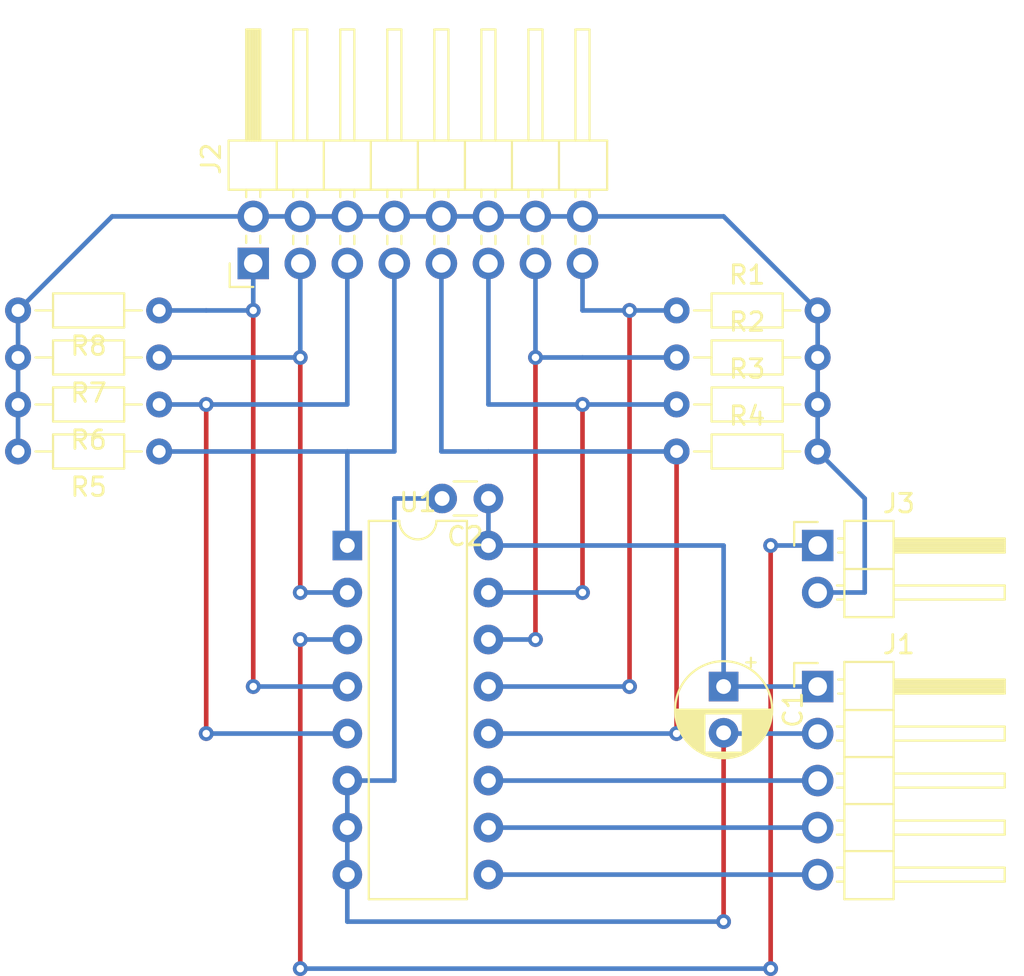
<source format=kicad_pcb>
(kicad_pcb (version 20171130) (host pcbnew 5.1.9-1.fc33)

  (general
    (thickness 1.6)
    (drawings 0)
    (tracks 89)
    (zones 0)
    (modules 14)
    (nets 16)
  )

  (page A4)
  (layers
    (0 F.Cu signal)
    (31 B.Cu signal)
    (32 B.Adhes user)
    (33 F.Adhes user)
    (34 B.Paste user)
    (35 F.Paste user)
    (36 B.SilkS user)
    (37 F.SilkS user)
    (38 B.Mask user)
    (39 F.Mask user)
    (40 Dwgs.User user)
    (41 Cmts.User user)
    (42 Eco1.User user)
    (43 Eco2.User user)
    (44 Edge.Cuts user)
    (45 Margin user)
    (46 B.CrtYd user)
    (47 F.CrtYd user)
    (48 B.Fab user)
    (49 F.Fab user)
  )

  (setup
    (last_trace_width 0.25)
    (trace_clearance 0.2)
    (zone_clearance 0.508)
    (zone_45_only no)
    (trace_min 0.2)
    (via_size 0.8)
    (via_drill 0.4)
    (via_min_size 0.4)
    (via_min_drill 0.3)
    (uvia_size 0.3)
    (uvia_drill 0.1)
    (uvias_allowed no)
    (uvia_min_size 0.2)
    (uvia_min_drill 0.1)
    (edge_width 0.05)
    (segment_width 0.2)
    (pcb_text_width 0.3)
    (pcb_text_size 1.5 1.5)
    (mod_edge_width 0.12)
    (mod_text_size 1 1)
    (mod_text_width 0.15)
    (pad_size 1.524 1.524)
    (pad_drill 0.762)
    (pad_to_mask_clearance 0)
    (aux_axis_origin 0 0)
    (visible_elements FFFFFF7F)
    (pcbplotparams
      (layerselection 0x010fc_ffffffff)
      (usegerberextensions false)
      (usegerberattributes true)
      (usegerberadvancedattributes true)
      (creategerberjobfile true)
      (excludeedgelayer true)
      (linewidth 0.100000)
      (plotframeref false)
      (viasonmask false)
      (mode 1)
      (useauxorigin false)
      (hpglpennumber 1)
      (hpglpenspeed 20)
      (hpglpendiameter 15.000000)
      (psnegative false)
      (psa4output false)
      (plotreference true)
      (plotvalue true)
      (plotinvisibletext false)
      (padsonsilk false)
      (subtractmaskfromsilk false)
      (outputformat 1)
      (mirror false)
      (drillshape 1)
      (scaleselection 1)
      (outputdirectory ""))
  )

  (net 0 "")
  (net 1 VDD)
  (net 2 GND)
  (net 3 "Net-(J1-Pad3)")
  (net 4 "Net-(J1-Pad4)")
  (net 5 "Net-(J1-Pad5)")
  (net 6 "Net-(J2-Pad1)")
  (net 7 "Net-(J2-Pad3)")
  (net 8 "Net-(J2-Pad5)")
  (net 9 "Net-(J2-Pad7)")
  (net 10 "Net-(J2-Pad10)")
  (net 11 "Net-(J3-Pad1)")
  (net 12 "Net-(J2-Pad15)")
  (net 13 "Net-(J2-Pad13)")
  (net 14 "Net-(J2-Pad11)")
  (net 15 "Net-(J2-Pad9)")

  (net_class Default "This is the default net class."
    (clearance 0.2)
    (trace_width 0.25)
    (via_dia 0.8)
    (via_drill 0.4)
    (uvia_dia 0.3)
    (uvia_drill 0.1)
    (add_net GND)
    (add_net "Net-(J1-Pad3)")
    (add_net "Net-(J1-Pad4)")
    (add_net "Net-(J1-Pad5)")
    (add_net "Net-(J2-Pad1)")
    (add_net "Net-(J2-Pad10)")
    (add_net "Net-(J2-Pad11)")
    (add_net "Net-(J2-Pad13)")
    (add_net "Net-(J2-Pad15)")
    (add_net "Net-(J2-Pad3)")
    (add_net "Net-(J2-Pad5)")
    (add_net "Net-(J2-Pad7)")
    (add_net "Net-(J2-Pad9)")
    (add_net "Net-(J3-Pad1)")
    (add_net VDD)
  )

  (module Package_DIP:DIP-16_W7.62mm (layer F.Cu) (tedit 5A02E8C5) (tstamp 602DFB0B)
    (at 116.84 76.2)
    (descr "16-lead though-hole mounted DIP package, row spacing 7.62 mm (300 mils)")
    (tags "THT DIP DIL PDIP 2.54mm 7.62mm 300mil")
    (path /60481B08)
    (fp_text reference U1 (at 3.81 -2.33) (layer F.SilkS)
      (effects (font (size 1 1) (thickness 0.15)))
    )
    (fp_text value 4051 (at 3.81 20.11) (layer F.Fab)
      (effects (font (size 1 1) (thickness 0.15)))
    )
    (fp_line (start 1.635 -1.27) (end 6.985 -1.27) (layer F.Fab) (width 0.1))
    (fp_line (start 6.985 -1.27) (end 6.985 19.05) (layer F.Fab) (width 0.1))
    (fp_line (start 6.985 19.05) (end 0.635 19.05) (layer F.Fab) (width 0.1))
    (fp_line (start 0.635 19.05) (end 0.635 -0.27) (layer F.Fab) (width 0.1))
    (fp_line (start 0.635 -0.27) (end 1.635 -1.27) (layer F.Fab) (width 0.1))
    (fp_line (start 2.81 -1.33) (end 1.16 -1.33) (layer F.SilkS) (width 0.12))
    (fp_line (start 1.16 -1.33) (end 1.16 19.11) (layer F.SilkS) (width 0.12))
    (fp_line (start 1.16 19.11) (end 6.46 19.11) (layer F.SilkS) (width 0.12))
    (fp_line (start 6.46 19.11) (end 6.46 -1.33) (layer F.SilkS) (width 0.12))
    (fp_line (start 6.46 -1.33) (end 4.81 -1.33) (layer F.SilkS) (width 0.12))
    (fp_line (start -1.1 -1.55) (end -1.1 19.3) (layer F.CrtYd) (width 0.05))
    (fp_line (start -1.1 19.3) (end 8.7 19.3) (layer F.CrtYd) (width 0.05))
    (fp_line (start 8.7 19.3) (end 8.7 -1.55) (layer F.CrtYd) (width 0.05))
    (fp_line (start 8.7 -1.55) (end -1.1 -1.55) (layer F.CrtYd) (width 0.05))
    (fp_arc (start 3.81 -1.33) (end 2.81 -1.33) (angle -180) (layer F.SilkS) (width 0.12))
    (fp_text user %R (at 3.81 8.89) (layer F.Fab)
      (effects (font (size 1 1) (thickness 0.15)))
    )
    (pad 1 thru_hole rect (at 0 0) (size 1.6 1.6) (drill 0.8) (layers *.Cu *.Mask)
      (net 9 "Net-(J2-Pad7)"))
    (pad 9 thru_hole oval (at 7.62 17.78) (size 1.6 1.6) (drill 0.8) (layers *.Cu *.Mask)
      (net 5 "Net-(J1-Pad5)"))
    (pad 2 thru_hole oval (at 0 2.54) (size 1.6 1.6) (drill 0.8) (layers *.Cu *.Mask)
      (net 7 "Net-(J2-Pad3)"))
    (pad 10 thru_hole oval (at 7.62 15.24) (size 1.6 1.6) (drill 0.8) (layers *.Cu *.Mask)
      (net 4 "Net-(J1-Pad4)"))
    (pad 3 thru_hole oval (at 0 5.08) (size 1.6 1.6) (drill 0.8) (layers *.Cu *.Mask)
      (net 11 "Net-(J3-Pad1)"))
    (pad 11 thru_hole oval (at 7.62 12.7) (size 1.6 1.6) (drill 0.8) (layers *.Cu *.Mask)
      (net 3 "Net-(J1-Pad3)"))
    (pad 4 thru_hole oval (at 0 7.62) (size 1.6 1.6) (drill 0.8) (layers *.Cu *.Mask)
      (net 6 "Net-(J2-Pad1)"))
    (pad 12 thru_hole oval (at 7.62 10.16) (size 1.6 1.6) (drill 0.8) (layers *.Cu *.Mask)
      (net 15 "Net-(J2-Pad9)"))
    (pad 5 thru_hole oval (at 0 10.16) (size 1.6 1.6) (drill 0.8) (layers *.Cu *.Mask)
      (net 8 "Net-(J2-Pad5)"))
    (pad 13 thru_hole oval (at 7.62 7.62) (size 1.6 1.6) (drill 0.8) (layers *.Cu *.Mask)
      (net 12 "Net-(J2-Pad15)"))
    (pad 6 thru_hole oval (at 0 12.7) (size 1.6 1.6) (drill 0.8) (layers *.Cu *.Mask)
      (net 2 GND))
    (pad 14 thru_hole oval (at 7.62 5.08) (size 1.6 1.6) (drill 0.8) (layers *.Cu *.Mask)
      (net 13 "Net-(J2-Pad13)"))
    (pad 7 thru_hole oval (at 0 15.24) (size 1.6 1.6) (drill 0.8) (layers *.Cu *.Mask)
      (net 2 GND))
    (pad 15 thru_hole oval (at 7.62 2.54) (size 1.6 1.6) (drill 0.8) (layers *.Cu *.Mask)
      (net 14 "Net-(J2-Pad11)"))
    (pad 8 thru_hole oval (at 0 17.78) (size 1.6 1.6) (drill 0.8) (layers *.Cu *.Mask)
      (net 2 GND))
    (pad 16 thru_hole oval (at 7.62 0) (size 1.6 1.6) (drill 0.8) (layers *.Cu *.Mask)
      (net 1 VDD))
    (model ${KISYS3DMOD}/Package_DIP.3dshapes/DIP-16_W7.62mm.wrl
      (at (xyz 0 0 0))
      (scale (xyz 1 1 1))
      (rotate (xyz 0 0 0))
    )
  )

  (module Resistor_THT:R_Axial_DIN0204_L3.6mm_D1.6mm_P7.62mm_Horizontal (layer F.Cu) (tedit 5AE5139B) (tstamp 602E4B40)
    (at 106.68 66.04 180)
    (descr "Resistor, Axial_DIN0204 series, Axial, Horizontal, pin pitch=7.62mm, 0.167W, length*diameter=3.6*1.6mm^2, http://cdn-reichelt.de/documents/datenblatt/B400/1_4W%23YAG.pdf")
    (tags "Resistor Axial_DIN0204 series Axial Horizontal pin pitch 7.62mm 0.167W length 3.6mm diameter 1.6mm")
    (path /604ABA9A)
    (fp_text reference R7 (at 3.81 -1.92) (layer F.SilkS)
      (effects (font (size 1 1) (thickness 0.15)))
    )
    (fp_text value 1Meg (at 3.81 1.92) (layer F.Fab)
      (effects (font (size 1 1) (thickness 0.15)))
    )
    (fp_line (start 2.01 -0.8) (end 2.01 0.8) (layer F.Fab) (width 0.1))
    (fp_line (start 2.01 0.8) (end 5.61 0.8) (layer F.Fab) (width 0.1))
    (fp_line (start 5.61 0.8) (end 5.61 -0.8) (layer F.Fab) (width 0.1))
    (fp_line (start 5.61 -0.8) (end 2.01 -0.8) (layer F.Fab) (width 0.1))
    (fp_line (start 0 0) (end 2.01 0) (layer F.Fab) (width 0.1))
    (fp_line (start 7.62 0) (end 5.61 0) (layer F.Fab) (width 0.1))
    (fp_line (start 1.89 -0.92) (end 1.89 0.92) (layer F.SilkS) (width 0.12))
    (fp_line (start 1.89 0.92) (end 5.73 0.92) (layer F.SilkS) (width 0.12))
    (fp_line (start 5.73 0.92) (end 5.73 -0.92) (layer F.SilkS) (width 0.12))
    (fp_line (start 5.73 -0.92) (end 1.89 -0.92) (layer F.SilkS) (width 0.12))
    (fp_line (start 0.94 0) (end 1.89 0) (layer F.SilkS) (width 0.12))
    (fp_line (start 6.68 0) (end 5.73 0) (layer F.SilkS) (width 0.12))
    (fp_line (start -0.95 -1.05) (end -0.95 1.05) (layer F.CrtYd) (width 0.05))
    (fp_line (start -0.95 1.05) (end 8.57 1.05) (layer F.CrtYd) (width 0.05))
    (fp_line (start 8.57 1.05) (end 8.57 -1.05) (layer F.CrtYd) (width 0.05))
    (fp_line (start 8.57 -1.05) (end -0.95 -1.05) (layer F.CrtYd) (width 0.05))
    (fp_text user %R (at 3.81 0) (layer F.Fab)
      (effects (font (size 0.72 0.72) (thickness 0.108)))
    )
    (pad 1 thru_hole circle (at 0 0 180) (size 1.4 1.4) (drill 0.7) (layers *.Cu *.Mask)
      (net 7 "Net-(J2-Pad3)"))
    (pad 2 thru_hole oval (at 7.62 0 180) (size 1.4 1.4) (drill 0.7) (layers *.Cu *.Mask)
      (net 10 "Net-(J2-Pad10)"))
    (model ${KISYS3DMOD}/Resistor_THT.3dshapes/R_Axial_DIN0204_L3.6mm_D1.6mm_P7.62mm_Horizontal.wrl
      (at (xyz 0 0 0))
      (scale (xyz 1 1 1))
      (rotate (xyz 0 0 0))
    )
  )

  (module Connector_PinHeader_2.54mm:PinHeader_2x08_P2.54mm_Horizontal (layer F.Cu) (tedit 59FED5CB) (tstamp 602DF9FC)
    (at 111.76 60.96 90)
    (descr "Through hole angled pin header, 2x08, 2.54mm pitch, 6mm pin length, double rows")
    (tags "Through hole angled pin header THT 2x08 2.54mm double row")
    (path /602DFCF7)
    (fp_text reference J2 (at 5.655 -2.27 90) (layer F.SilkS)
      (effects (font (size 1 1) (thickness 0.15)))
    )
    (fp_text value Conn_02x08_Odd_Even (at 5.655 20.05 90) (layer F.Fab)
      (effects (font (size 1 1) (thickness 0.15)))
    )
    (fp_line (start 13.1 -1.8) (end -1.8 -1.8) (layer F.CrtYd) (width 0.05))
    (fp_line (start 13.1 19.55) (end 13.1 -1.8) (layer F.CrtYd) (width 0.05))
    (fp_line (start -1.8 19.55) (end 13.1 19.55) (layer F.CrtYd) (width 0.05))
    (fp_line (start -1.8 -1.8) (end -1.8 19.55) (layer F.CrtYd) (width 0.05))
    (fp_line (start -1.27 -1.27) (end 0 -1.27) (layer F.SilkS) (width 0.12))
    (fp_line (start -1.27 0) (end -1.27 -1.27) (layer F.SilkS) (width 0.12))
    (fp_line (start 1.042929 18.16) (end 1.497071 18.16) (layer F.SilkS) (width 0.12))
    (fp_line (start 1.042929 17.4) (end 1.497071 17.4) (layer F.SilkS) (width 0.12))
    (fp_line (start 3.582929 18.16) (end 3.98 18.16) (layer F.SilkS) (width 0.12))
    (fp_line (start 3.582929 17.4) (end 3.98 17.4) (layer F.SilkS) (width 0.12))
    (fp_line (start 12.64 18.16) (end 6.64 18.16) (layer F.SilkS) (width 0.12))
    (fp_line (start 12.64 17.4) (end 12.64 18.16) (layer F.SilkS) (width 0.12))
    (fp_line (start 6.64 17.4) (end 12.64 17.4) (layer F.SilkS) (width 0.12))
    (fp_line (start 3.98 16.51) (end 6.64 16.51) (layer F.SilkS) (width 0.12))
    (fp_line (start 1.042929 15.62) (end 1.497071 15.62) (layer F.SilkS) (width 0.12))
    (fp_line (start 1.042929 14.86) (end 1.497071 14.86) (layer F.SilkS) (width 0.12))
    (fp_line (start 3.582929 15.62) (end 3.98 15.62) (layer F.SilkS) (width 0.12))
    (fp_line (start 3.582929 14.86) (end 3.98 14.86) (layer F.SilkS) (width 0.12))
    (fp_line (start 12.64 15.62) (end 6.64 15.62) (layer F.SilkS) (width 0.12))
    (fp_line (start 12.64 14.86) (end 12.64 15.62) (layer F.SilkS) (width 0.12))
    (fp_line (start 6.64 14.86) (end 12.64 14.86) (layer F.SilkS) (width 0.12))
    (fp_line (start 3.98 13.97) (end 6.64 13.97) (layer F.SilkS) (width 0.12))
    (fp_line (start 1.042929 13.08) (end 1.497071 13.08) (layer F.SilkS) (width 0.12))
    (fp_line (start 1.042929 12.32) (end 1.497071 12.32) (layer F.SilkS) (width 0.12))
    (fp_line (start 3.582929 13.08) (end 3.98 13.08) (layer F.SilkS) (width 0.12))
    (fp_line (start 3.582929 12.32) (end 3.98 12.32) (layer F.SilkS) (width 0.12))
    (fp_line (start 12.64 13.08) (end 6.64 13.08) (layer F.SilkS) (width 0.12))
    (fp_line (start 12.64 12.32) (end 12.64 13.08) (layer F.SilkS) (width 0.12))
    (fp_line (start 6.64 12.32) (end 12.64 12.32) (layer F.SilkS) (width 0.12))
    (fp_line (start 3.98 11.43) (end 6.64 11.43) (layer F.SilkS) (width 0.12))
    (fp_line (start 1.042929 10.54) (end 1.497071 10.54) (layer F.SilkS) (width 0.12))
    (fp_line (start 1.042929 9.78) (end 1.497071 9.78) (layer F.SilkS) (width 0.12))
    (fp_line (start 3.582929 10.54) (end 3.98 10.54) (layer F.SilkS) (width 0.12))
    (fp_line (start 3.582929 9.78) (end 3.98 9.78) (layer F.SilkS) (width 0.12))
    (fp_line (start 12.64 10.54) (end 6.64 10.54) (layer F.SilkS) (width 0.12))
    (fp_line (start 12.64 9.78) (end 12.64 10.54) (layer F.SilkS) (width 0.12))
    (fp_line (start 6.64 9.78) (end 12.64 9.78) (layer F.SilkS) (width 0.12))
    (fp_line (start 3.98 8.89) (end 6.64 8.89) (layer F.SilkS) (width 0.12))
    (fp_line (start 1.042929 8) (end 1.497071 8) (layer F.SilkS) (width 0.12))
    (fp_line (start 1.042929 7.24) (end 1.497071 7.24) (layer F.SilkS) (width 0.12))
    (fp_line (start 3.582929 8) (end 3.98 8) (layer F.SilkS) (width 0.12))
    (fp_line (start 3.582929 7.24) (end 3.98 7.24) (layer F.SilkS) (width 0.12))
    (fp_line (start 12.64 8) (end 6.64 8) (layer F.SilkS) (width 0.12))
    (fp_line (start 12.64 7.24) (end 12.64 8) (layer F.SilkS) (width 0.12))
    (fp_line (start 6.64 7.24) (end 12.64 7.24) (layer F.SilkS) (width 0.12))
    (fp_line (start 3.98 6.35) (end 6.64 6.35) (layer F.SilkS) (width 0.12))
    (fp_line (start 1.042929 5.46) (end 1.497071 5.46) (layer F.SilkS) (width 0.12))
    (fp_line (start 1.042929 4.7) (end 1.497071 4.7) (layer F.SilkS) (width 0.12))
    (fp_line (start 3.582929 5.46) (end 3.98 5.46) (layer F.SilkS) (width 0.12))
    (fp_line (start 3.582929 4.7) (end 3.98 4.7) (layer F.SilkS) (width 0.12))
    (fp_line (start 12.64 5.46) (end 6.64 5.46) (layer F.SilkS) (width 0.12))
    (fp_line (start 12.64 4.7) (end 12.64 5.46) (layer F.SilkS) (width 0.12))
    (fp_line (start 6.64 4.7) (end 12.64 4.7) (layer F.SilkS) (width 0.12))
    (fp_line (start 3.98 3.81) (end 6.64 3.81) (layer F.SilkS) (width 0.12))
    (fp_line (start 1.042929 2.92) (end 1.497071 2.92) (layer F.SilkS) (width 0.12))
    (fp_line (start 1.042929 2.16) (end 1.497071 2.16) (layer F.SilkS) (width 0.12))
    (fp_line (start 3.582929 2.92) (end 3.98 2.92) (layer F.SilkS) (width 0.12))
    (fp_line (start 3.582929 2.16) (end 3.98 2.16) (layer F.SilkS) (width 0.12))
    (fp_line (start 12.64 2.92) (end 6.64 2.92) (layer F.SilkS) (width 0.12))
    (fp_line (start 12.64 2.16) (end 12.64 2.92) (layer F.SilkS) (width 0.12))
    (fp_line (start 6.64 2.16) (end 12.64 2.16) (layer F.SilkS) (width 0.12))
    (fp_line (start 3.98 1.27) (end 6.64 1.27) (layer F.SilkS) (width 0.12))
    (fp_line (start 1.11 0.38) (end 1.497071 0.38) (layer F.SilkS) (width 0.12))
    (fp_line (start 1.11 -0.38) (end 1.497071 -0.38) (layer F.SilkS) (width 0.12))
    (fp_line (start 3.582929 0.38) (end 3.98 0.38) (layer F.SilkS) (width 0.12))
    (fp_line (start 3.582929 -0.38) (end 3.98 -0.38) (layer F.SilkS) (width 0.12))
    (fp_line (start 6.64 0.28) (end 12.64 0.28) (layer F.SilkS) (width 0.12))
    (fp_line (start 6.64 0.16) (end 12.64 0.16) (layer F.SilkS) (width 0.12))
    (fp_line (start 6.64 0.04) (end 12.64 0.04) (layer F.SilkS) (width 0.12))
    (fp_line (start 6.64 -0.08) (end 12.64 -0.08) (layer F.SilkS) (width 0.12))
    (fp_line (start 6.64 -0.2) (end 12.64 -0.2) (layer F.SilkS) (width 0.12))
    (fp_line (start 6.64 -0.32) (end 12.64 -0.32) (layer F.SilkS) (width 0.12))
    (fp_line (start 12.64 0.38) (end 6.64 0.38) (layer F.SilkS) (width 0.12))
    (fp_line (start 12.64 -0.38) (end 12.64 0.38) (layer F.SilkS) (width 0.12))
    (fp_line (start 6.64 -0.38) (end 12.64 -0.38) (layer F.SilkS) (width 0.12))
    (fp_line (start 6.64 -1.33) (end 3.98 -1.33) (layer F.SilkS) (width 0.12))
    (fp_line (start 6.64 19.11) (end 6.64 -1.33) (layer F.SilkS) (width 0.12))
    (fp_line (start 3.98 19.11) (end 6.64 19.11) (layer F.SilkS) (width 0.12))
    (fp_line (start 3.98 -1.33) (end 3.98 19.11) (layer F.SilkS) (width 0.12))
    (fp_line (start 6.58 18.1) (end 12.58 18.1) (layer F.Fab) (width 0.1))
    (fp_line (start 12.58 17.46) (end 12.58 18.1) (layer F.Fab) (width 0.1))
    (fp_line (start 6.58 17.46) (end 12.58 17.46) (layer F.Fab) (width 0.1))
    (fp_line (start -0.32 18.1) (end 4.04 18.1) (layer F.Fab) (width 0.1))
    (fp_line (start -0.32 17.46) (end -0.32 18.1) (layer F.Fab) (width 0.1))
    (fp_line (start -0.32 17.46) (end 4.04 17.46) (layer F.Fab) (width 0.1))
    (fp_line (start 6.58 15.56) (end 12.58 15.56) (layer F.Fab) (width 0.1))
    (fp_line (start 12.58 14.92) (end 12.58 15.56) (layer F.Fab) (width 0.1))
    (fp_line (start 6.58 14.92) (end 12.58 14.92) (layer F.Fab) (width 0.1))
    (fp_line (start -0.32 15.56) (end 4.04 15.56) (layer F.Fab) (width 0.1))
    (fp_line (start -0.32 14.92) (end -0.32 15.56) (layer F.Fab) (width 0.1))
    (fp_line (start -0.32 14.92) (end 4.04 14.92) (layer F.Fab) (width 0.1))
    (fp_line (start 6.58 13.02) (end 12.58 13.02) (layer F.Fab) (width 0.1))
    (fp_line (start 12.58 12.38) (end 12.58 13.02) (layer F.Fab) (width 0.1))
    (fp_line (start 6.58 12.38) (end 12.58 12.38) (layer F.Fab) (width 0.1))
    (fp_line (start -0.32 13.02) (end 4.04 13.02) (layer F.Fab) (width 0.1))
    (fp_line (start -0.32 12.38) (end -0.32 13.02) (layer F.Fab) (width 0.1))
    (fp_line (start -0.32 12.38) (end 4.04 12.38) (layer F.Fab) (width 0.1))
    (fp_line (start 6.58 10.48) (end 12.58 10.48) (layer F.Fab) (width 0.1))
    (fp_line (start 12.58 9.84) (end 12.58 10.48) (layer F.Fab) (width 0.1))
    (fp_line (start 6.58 9.84) (end 12.58 9.84) (layer F.Fab) (width 0.1))
    (fp_line (start -0.32 10.48) (end 4.04 10.48) (layer F.Fab) (width 0.1))
    (fp_line (start -0.32 9.84) (end -0.32 10.48) (layer F.Fab) (width 0.1))
    (fp_line (start -0.32 9.84) (end 4.04 9.84) (layer F.Fab) (width 0.1))
    (fp_line (start 6.58 7.94) (end 12.58 7.94) (layer F.Fab) (width 0.1))
    (fp_line (start 12.58 7.3) (end 12.58 7.94) (layer F.Fab) (width 0.1))
    (fp_line (start 6.58 7.3) (end 12.58 7.3) (layer F.Fab) (width 0.1))
    (fp_line (start -0.32 7.94) (end 4.04 7.94) (layer F.Fab) (width 0.1))
    (fp_line (start -0.32 7.3) (end -0.32 7.94) (layer F.Fab) (width 0.1))
    (fp_line (start -0.32 7.3) (end 4.04 7.3) (layer F.Fab) (width 0.1))
    (fp_line (start 6.58 5.4) (end 12.58 5.4) (layer F.Fab) (width 0.1))
    (fp_line (start 12.58 4.76) (end 12.58 5.4) (layer F.Fab) (width 0.1))
    (fp_line (start 6.58 4.76) (end 12.58 4.76) (layer F.Fab) (width 0.1))
    (fp_line (start -0.32 5.4) (end 4.04 5.4) (layer F.Fab) (width 0.1))
    (fp_line (start -0.32 4.76) (end -0.32 5.4) (layer F.Fab) (width 0.1))
    (fp_line (start -0.32 4.76) (end 4.04 4.76) (layer F.Fab) (width 0.1))
    (fp_line (start 6.58 2.86) (end 12.58 2.86) (layer F.Fab) (width 0.1))
    (fp_line (start 12.58 2.22) (end 12.58 2.86) (layer F.Fab) (width 0.1))
    (fp_line (start 6.58 2.22) (end 12.58 2.22) (layer F.Fab) (width 0.1))
    (fp_line (start -0.32 2.86) (end 4.04 2.86) (layer F.Fab) (width 0.1))
    (fp_line (start -0.32 2.22) (end -0.32 2.86) (layer F.Fab) (width 0.1))
    (fp_line (start -0.32 2.22) (end 4.04 2.22) (layer F.Fab) (width 0.1))
    (fp_line (start 6.58 0.32) (end 12.58 0.32) (layer F.Fab) (width 0.1))
    (fp_line (start 12.58 -0.32) (end 12.58 0.32) (layer F.Fab) (width 0.1))
    (fp_line (start 6.58 -0.32) (end 12.58 -0.32) (layer F.Fab) (width 0.1))
    (fp_line (start -0.32 0.32) (end 4.04 0.32) (layer F.Fab) (width 0.1))
    (fp_line (start -0.32 -0.32) (end -0.32 0.32) (layer F.Fab) (width 0.1))
    (fp_line (start -0.32 -0.32) (end 4.04 -0.32) (layer F.Fab) (width 0.1))
    (fp_line (start 4.04 -0.635) (end 4.675 -1.27) (layer F.Fab) (width 0.1))
    (fp_line (start 4.04 19.05) (end 4.04 -0.635) (layer F.Fab) (width 0.1))
    (fp_line (start 6.58 19.05) (end 4.04 19.05) (layer F.Fab) (width 0.1))
    (fp_line (start 6.58 -1.27) (end 6.58 19.05) (layer F.Fab) (width 0.1))
    (fp_line (start 4.675 -1.27) (end 6.58 -1.27) (layer F.Fab) (width 0.1))
    (fp_text user %R (at 5.31 8.89) (layer F.Fab)
      (effects (font (size 1 1) (thickness 0.15)))
    )
    (pad 16 thru_hole oval (at 2.54 17.78 90) (size 1.7 1.7) (drill 1) (layers *.Cu *.Mask)
      (net 10 "Net-(J2-Pad10)"))
    (pad 15 thru_hole oval (at 0 17.78 90) (size 1.7 1.7) (drill 1) (layers *.Cu *.Mask)
      (net 12 "Net-(J2-Pad15)"))
    (pad 14 thru_hole oval (at 2.54 15.24 90) (size 1.7 1.7) (drill 1) (layers *.Cu *.Mask)
      (net 10 "Net-(J2-Pad10)"))
    (pad 13 thru_hole oval (at 0 15.24 90) (size 1.7 1.7) (drill 1) (layers *.Cu *.Mask)
      (net 13 "Net-(J2-Pad13)"))
    (pad 12 thru_hole oval (at 2.54 12.7 90) (size 1.7 1.7) (drill 1) (layers *.Cu *.Mask)
      (net 10 "Net-(J2-Pad10)"))
    (pad 11 thru_hole oval (at 0 12.7 90) (size 1.7 1.7) (drill 1) (layers *.Cu *.Mask)
      (net 14 "Net-(J2-Pad11)"))
    (pad 10 thru_hole oval (at 2.54 10.16 90) (size 1.7 1.7) (drill 1) (layers *.Cu *.Mask)
      (net 10 "Net-(J2-Pad10)"))
    (pad 9 thru_hole oval (at 0 10.16 90) (size 1.7 1.7) (drill 1) (layers *.Cu *.Mask)
      (net 15 "Net-(J2-Pad9)"))
    (pad 8 thru_hole oval (at 2.54 7.62 90) (size 1.7 1.7) (drill 1) (layers *.Cu *.Mask)
      (net 10 "Net-(J2-Pad10)"))
    (pad 7 thru_hole oval (at 0 7.62 90) (size 1.7 1.7) (drill 1) (layers *.Cu *.Mask)
      (net 9 "Net-(J2-Pad7)"))
    (pad 6 thru_hole oval (at 2.54 5.08 90) (size 1.7 1.7) (drill 1) (layers *.Cu *.Mask)
      (net 10 "Net-(J2-Pad10)"))
    (pad 5 thru_hole oval (at 0 5.08 90) (size 1.7 1.7) (drill 1) (layers *.Cu *.Mask)
      (net 8 "Net-(J2-Pad5)"))
    (pad 4 thru_hole oval (at 2.54 2.54 90) (size 1.7 1.7) (drill 1) (layers *.Cu *.Mask)
      (net 10 "Net-(J2-Pad10)"))
    (pad 3 thru_hole oval (at 0 2.54 90) (size 1.7 1.7) (drill 1) (layers *.Cu *.Mask)
      (net 7 "Net-(J2-Pad3)"))
    (pad 2 thru_hole oval (at 2.54 0 90) (size 1.7 1.7) (drill 1) (layers *.Cu *.Mask)
      (net 10 "Net-(J2-Pad10)"))
    (pad 1 thru_hole rect (at 0 0 90) (size 1.7 1.7) (drill 1) (layers *.Cu *.Mask)
      (net 6 "Net-(J2-Pad1)"))
    (model ${KISYS3DMOD}/Connector_PinHeader_2.54mm.3dshapes/PinHeader_2x08_P2.54mm_Horizontal.wrl
      (at (xyz 0 0 0))
      (scale (xyz 1 1 1))
      (rotate (xyz 0 0 0))
    )
  )

  (module Resistor_THT:R_Axial_DIN0204_L3.6mm_D1.6mm_P7.62mm_Horizontal (layer F.Cu) (tedit 5AE5139B) (tstamp 602E3FA4)
    (at 134.62 63.5)
    (descr "Resistor, Axial_DIN0204 series, Axial, Horizontal, pin pitch=7.62mm, 0.167W, length*diameter=3.6*1.6mm^2, http://cdn-reichelt.de/documents/datenblatt/B400/1_4W%23YAG.pdf")
    (tags "Resistor Axial_DIN0204 series Axial Horizontal pin pitch 7.62mm 0.167W length 3.6mm diameter 1.6mm")
    (path /604A613D)
    (fp_text reference R1 (at 3.81 -1.92) (layer F.SilkS)
      (effects (font (size 1 1) (thickness 0.15)))
    )
    (fp_text value 1Meg (at 3.81 1.92) (layer F.Fab)
      (effects (font (size 1 1) (thickness 0.15)))
    )
    (fp_line (start 2.01 -0.8) (end 2.01 0.8) (layer F.Fab) (width 0.1))
    (fp_line (start 2.01 0.8) (end 5.61 0.8) (layer F.Fab) (width 0.1))
    (fp_line (start 5.61 0.8) (end 5.61 -0.8) (layer F.Fab) (width 0.1))
    (fp_line (start 5.61 -0.8) (end 2.01 -0.8) (layer F.Fab) (width 0.1))
    (fp_line (start 0 0) (end 2.01 0) (layer F.Fab) (width 0.1))
    (fp_line (start 7.62 0) (end 5.61 0) (layer F.Fab) (width 0.1))
    (fp_line (start 1.89 -0.92) (end 1.89 0.92) (layer F.SilkS) (width 0.12))
    (fp_line (start 1.89 0.92) (end 5.73 0.92) (layer F.SilkS) (width 0.12))
    (fp_line (start 5.73 0.92) (end 5.73 -0.92) (layer F.SilkS) (width 0.12))
    (fp_line (start 5.73 -0.92) (end 1.89 -0.92) (layer F.SilkS) (width 0.12))
    (fp_line (start 0.94 0) (end 1.89 0) (layer F.SilkS) (width 0.12))
    (fp_line (start 6.68 0) (end 5.73 0) (layer F.SilkS) (width 0.12))
    (fp_line (start -0.95 -1.05) (end -0.95 1.05) (layer F.CrtYd) (width 0.05))
    (fp_line (start -0.95 1.05) (end 8.57 1.05) (layer F.CrtYd) (width 0.05))
    (fp_line (start 8.57 1.05) (end 8.57 -1.05) (layer F.CrtYd) (width 0.05))
    (fp_line (start 8.57 -1.05) (end -0.95 -1.05) (layer F.CrtYd) (width 0.05))
    (fp_text user %R (at 3.81 0) (layer F.Fab)
      (effects (font (size 0.72 0.72) (thickness 0.108)))
    )
    (pad 1 thru_hole circle (at 0 0) (size 1.4 1.4) (drill 0.7) (layers *.Cu *.Mask)
      (net 12 "Net-(J2-Pad15)"))
    (pad 2 thru_hole oval (at 7.62 0) (size 1.4 1.4) (drill 0.7) (layers *.Cu *.Mask)
      (net 10 "Net-(J2-Pad10)"))
    (model ${KISYS3DMOD}/Resistor_THT.3dshapes/R_Axial_DIN0204_L3.6mm_D1.6mm_P7.62mm_Horizontal.wrl
      (at (xyz 0 0 0))
      (scale (xyz 1 1 1))
      (rotate (xyz 0 0 0))
    )
  )

  (module Resistor_THT:R_Axial_DIN0204_L3.6mm_D1.6mm_P7.62mm_Horizontal (layer F.Cu) (tedit 5AE5139B) (tstamp 602E3F62)
    (at 134.62 71.12)
    (descr "Resistor, Axial_DIN0204 series, Axial, Horizontal, pin pitch=7.62mm, 0.167W, length*diameter=3.6*1.6mm^2, http://cdn-reichelt.de/documents/datenblatt/B400/1_4W%23YAG.pdf")
    (tags "Resistor Axial_DIN0204 series Axial Horizontal pin pitch 7.62mm 0.167W length 3.6mm diameter 1.6mm")
    (path /604AB14B)
    (fp_text reference R4 (at 3.81 -1.92) (layer F.SilkS)
      (effects (font (size 1 1) (thickness 0.15)))
    )
    (fp_text value 1Meg (at 3.81 1.92) (layer F.Fab)
      (effects (font (size 1 1) (thickness 0.15)))
    )
    (fp_line (start 8.57 -1.05) (end -0.95 -1.05) (layer F.CrtYd) (width 0.05))
    (fp_line (start 8.57 1.05) (end 8.57 -1.05) (layer F.CrtYd) (width 0.05))
    (fp_line (start -0.95 1.05) (end 8.57 1.05) (layer F.CrtYd) (width 0.05))
    (fp_line (start -0.95 -1.05) (end -0.95 1.05) (layer F.CrtYd) (width 0.05))
    (fp_line (start 6.68 0) (end 5.73 0) (layer F.SilkS) (width 0.12))
    (fp_line (start 0.94 0) (end 1.89 0) (layer F.SilkS) (width 0.12))
    (fp_line (start 5.73 -0.92) (end 1.89 -0.92) (layer F.SilkS) (width 0.12))
    (fp_line (start 5.73 0.92) (end 5.73 -0.92) (layer F.SilkS) (width 0.12))
    (fp_line (start 1.89 0.92) (end 5.73 0.92) (layer F.SilkS) (width 0.12))
    (fp_line (start 1.89 -0.92) (end 1.89 0.92) (layer F.SilkS) (width 0.12))
    (fp_line (start 7.62 0) (end 5.61 0) (layer F.Fab) (width 0.1))
    (fp_line (start 0 0) (end 2.01 0) (layer F.Fab) (width 0.1))
    (fp_line (start 5.61 -0.8) (end 2.01 -0.8) (layer F.Fab) (width 0.1))
    (fp_line (start 5.61 0.8) (end 5.61 -0.8) (layer F.Fab) (width 0.1))
    (fp_line (start 2.01 0.8) (end 5.61 0.8) (layer F.Fab) (width 0.1))
    (fp_line (start 2.01 -0.8) (end 2.01 0.8) (layer F.Fab) (width 0.1))
    (fp_text user %R (at 3.81 0) (layer F.Fab)
      (effects (font (size 0.72 0.72) (thickness 0.108)))
    )
    (pad 2 thru_hole oval (at 7.62 0) (size 1.4 1.4) (drill 0.7) (layers *.Cu *.Mask)
      (net 10 "Net-(J2-Pad10)"))
    (pad 1 thru_hole circle (at 0 0) (size 1.4 1.4) (drill 0.7) (layers *.Cu *.Mask)
      (net 15 "Net-(J2-Pad9)"))
    (model ${KISYS3DMOD}/Resistor_THT.3dshapes/R_Axial_DIN0204_L3.6mm_D1.6mm_P7.62mm_Horizontal.wrl
      (at (xyz 0 0 0))
      (scale (xyz 1 1 1))
      (rotate (xyz 0 0 0))
    )
  )

  (module Resistor_THT:R_Axial_DIN0204_L3.6mm_D1.6mm_P7.62mm_Horizontal (layer F.Cu) (tedit 5AE5139B) (tstamp 602E7762)
    (at 134.62 66.04)
    (descr "Resistor, Axial_DIN0204 series, Axial, Horizontal, pin pitch=7.62mm, 0.167W, length*diameter=3.6*1.6mm^2, http://cdn-reichelt.de/documents/datenblatt/B400/1_4W%23YAG.pdf")
    (tags "Resistor Axial_DIN0204 series Axial Horizontal pin pitch 7.62mm 0.167W length 3.6mm diameter 1.6mm")
    (path /604AAB33)
    (fp_text reference R2 (at 3.81 -1.92) (layer F.SilkS)
      (effects (font (size 1 1) (thickness 0.15)))
    )
    (fp_text value 1Meg (at 3.81 1.92) (layer F.Fab)
      (effects (font (size 1 1) (thickness 0.15)))
    )
    (fp_line (start 8.57 -1.05) (end -0.95 -1.05) (layer F.CrtYd) (width 0.05))
    (fp_line (start 8.57 1.05) (end 8.57 -1.05) (layer F.CrtYd) (width 0.05))
    (fp_line (start -0.95 1.05) (end 8.57 1.05) (layer F.CrtYd) (width 0.05))
    (fp_line (start -0.95 -1.05) (end -0.95 1.05) (layer F.CrtYd) (width 0.05))
    (fp_line (start 6.68 0) (end 5.73 0) (layer F.SilkS) (width 0.12))
    (fp_line (start 0.94 0) (end 1.89 0) (layer F.SilkS) (width 0.12))
    (fp_line (start 5.73 -0.92) (end 1.89 -0.92) (layer F.SilkS) (width 0.12))
    (fp_line (start 5.73 0.92) (end 5.73 -0.92) (layer F.SilkS) (width 0.12))
    (fp_line (start 1.89 0.92) (end 5.73 0.92) (layer F.SilkS) (width 0.12))
    (fp_line (start 1.89 -0.92) (end 1.89 0.92) (layer F.SilkS) (width 0.12))
    (fp_line (start 7.62 0) (end 5.61 0) (layer F.Fab) (width 0.1))
    (fp_line (start 0 0) (end 2.01 0) (layer F.Fab) (width 0.1))
    (fp_line (start 5.61 -0.8) (end 2.01 -0.8) (layer F.Fab) (width 0.1))
    (fp_line (start 5.61 0.8) (end 5.61 -0.8) (layer F.Fab) (width 0.1))
    (fp_line (start 2.01 0.8) (end 5.61 0.8) (layer F.Fab) (width 0.1))
    (fp_line (start 2.01 -0.8) (end 2.01 0.8) (layer F.Fab) (width 0.1))
    (fp_text user %R (at 3.81 0) (layer F.Fab)
      (effects (font (size 0.72 0.72) (thickness 0.108)))
    )
    (pad 2 thru_hole oval (at 7.62 0) (size 1.4 1.4) (drill 0.7) (layers *.Cu *.Mask)
      (net 10 "Net-(J2-Pad10)"))
    (pad 1 thru_hole circle (at 0 0) (size 1.4 1.4) (drill 0.7) (layers *.Cu *.Mask)
      (net 13 "Net-(J2-Pad13)"))
    (model ${KISYS3DMOD}/Resistor_THT.3dshapes/R_Axial_DIN0204_L3.6mm_D1.6mm_P7.62mm_Horizontal.wrl
      (at (xyz 0 0 0))
      (scale (xyz 1 1 1))
      (rotate (xyz 0 0 0))
    )
  )

  (module Resistor_THT:R_Axial_DIN0204_L3.6mm_D1.6mm_P7.62mm_Horizontal (layer F.Cu) (tedit 5AE5139B) (tstamp 602E76F2)
    (at 106.68 63.5 180)
    (descr "Resistor, Axial_DIN0204 series, Axial, Horizontal, pin pitch=7.62mm, 0.167W, length*diameter=3.6*1.6mm^2, http://cdn-reichelt.de/documents/datenblatt/B400/1_4W%23YAG.pdf")
    (tags "Resistor Axial_DIN0204 series Axial Horizontal pin pitch 7.62mm 0.167W length 3.6mm diameter 1.6mm")
    (path /604C328B)
    (fp_text reference R8 (at 3.81 -1.92) (layer F.SilkS)
      (effects (font (size 1 1) (thickness 0.15)))
    )
    (fp_text value 10k (at 3.81 1.92) (layer F.Fab)
      (effects (font (size 1 1) (thickness 0.15)))
    )
    (fp_line (start 8.57 -1.05) (end -0.95 -1.05) (layer F.CrtYd) (width 0.05))
    (fp_line (start 8.57 1.05) (end 8.57 -1.05) (layer F.CrtYd) (width 0.05))
    (fp_line (start -0.95 1.05) (end 8.57 1.05) (layer F.CrtYd) (width 0.05))
    (fp_line (start -0.95 -1.05) (end -0.95 1.05) (layer F.CrtYd) (width 0.05))
    (fp_line (start 6.68 0) (end 5.73 0) (layer F.SilkS) (width 0.12))
    (fp_line (start 0.94 0) (end 1.89 0) (layer F.SilkS) (width 0.12))
    (fp_line (start 5.73 -0.92) (end 1.89 -0.92) (layer F.SilkS) (width 0.12))
    (fp_line (start 5.73 0.92) (end 5.73 -0.92) (layer F.SilkS) (width 0.12))
    (fp_line (start 1.89 0.92) (end 5.73 0.92) (layer F.SilkS) (width 0.12))
    (fp_line (start 1.89 -0.92) (end 1.89 0.92) (layer F.SilkS) (width 0.12))
    (fp_line (start 7.62 0) (end 5.61 0) (layer F.Fab) (width 0.1))
    (fp_line (start 0 0) (end 2.01 0) (layer F.Fab) (width 0.1))
    (fp_line (start 5.61 -0.8) (end 2.01 -0.8) (layer F.Fab) (width 0.1))
    (fp_line (start 5.61 0.8) (end 5.61 -0.8) (layer F.Fab) (width 0.1))
    (fp_line (start 2.01 0.8) (end 5.61 0.8) (layer F.Fab) (width 0.1))
    (fp_line (start 2.01 -0.8) (end 2.01 0.8) (layer F.Fab) (width 0.1))
    (fp_text user %R (at 3.81 0 180) (layer F.Fab)
      (effects (font (size 0.72 0.72) (thickness 0.108)))
    )
    (pad 2 thru_hole oval (at 7.62 0 180) (size 1.4 1.4) (drill 0.7) (layers *.Cu *.Mask)
      (net 10 "Net-(J2-Pad10)"))
    (pad 1 thru_hole circle (at 0 0 180) (size 1.4 1.4) (drill 0.7) (layers *.Cu *.Mask)
      (net 6 "Net-(J2-Pad1)"))
    (model ${KISYS3DMOD}/Resistor_THT.3dshapes/R_Axial_DIN0204_L3.6mm_D1.6mm_P7.62mm_Horizontal.wrl
      (at (xyz 0 0 0))
      (scale (xyz 1 1 1))
      (rotate (xyz 0 0 0))
    )
  )

  (module Resistor_THT:R_Axial_DIN0204_L3.6mm_D1.6mm_P7.62mm_Horizontal (layer F.Cu) (tedit 5AE5139B) (tstamp 602E77E9)
    (at 134.62 68.58)
    (descr "Resistor, Axial_DIN0204 series, Axial, Horizontal, pin pitch=7.62mm, 0.167W, length*diameter=3.6*1.6mm^2, http://cdn-reichelt.de/documents/datenblatt/B400/1_4W%23YAG.pdf")
    (tags "Resistor Axial_DIN0204 series Axial Horizontal pin pitch 7.62mm 0.167W length 3.6mm diameter 1.6mm")
    (path /604AAE48)
    (fp_text reference R3 (at 3.81 -1.92) (layer F.SilkS)
      (effects (font (size 1 1) (thickness 0.15)))
    )
    (fp_text value 1Meg (at 3.81 1.92) (layer F.Fab)
      (effects (font (size 1 1) (thickness 0.15)))
    )
    (fp_line (start 2.01 -0.8) (end 2.01 0.8) (layer F.Fab) (width 0.1))
    (fp_line (start 2.01 0.8) (end 5.61 0.8) (layer F.Fab) (width 0.1))
    (fp_line (start 5.61 0.8) (end 5.61 -0.8) (layer F.Fab) (width 0.1))
    (fp_line (start 5.61 -0.8) (end 2.01 -0.8) (layer F.Fab) (width 0.1))
    (fp_line (start 0 0) (end 2.01 0) (layer F.Fab) (width 0.1))
    (fp_line (start 7.62 0) (end 5.61 0) (layer F.Fab) (width 0.1))
    (fp_line (start 1.89 -0.92) (end 1.89 0.92) (layer F.SilkS) (width 0.12))
    (fp_line (start 1.89 0.92) (end 5.73 0.92) (layer F.SilkS) (width 0.12))
    (fp_line (start 5.73 0.92) (end 5.73 -0.92) (layer F.SilkS) (width 0.12))
    (fp_line (start 5.73 -0.92) (end 1.89 -0.92) (layer F.SilkS) (width 0.12))
    (fp_line (start 0.94 0) (end 1.89 0) (layer F.SilkS) (width 0.12))
    (fp_line (start 6.68 0) (end 5.73 0) (layer F.SilkS) (width 0.12))
    (fp_line (start -0.95 -1.05) (end -0.95 1.05) (layer F.CrtYd) (width 0.05))
    (fp_line (start -0.95 1.05) (end 8.57 1.05) (layer F.CrtYd) (width 0.05))
    (fp_line (start 8.57 1.05) (end 8.57 -1.05) (layer F.CrtYd) (width 0.05))
    (fp_line (start 8.57 -1.05) (end -0.95 -1.05) (layer F.CrtYd) (width 0.05))
    (fp_text user %R (at 3.81 0 180) (layer F.Fab)
      (effects (font (size 0.72 0.72) (thickness 0.108)))
    )
    (pad 1 thru_hole circle (at 0 0) (size 1.4 1.4) (drill 0.7) (layers *.Cu *.Mask)
      (net 14 "Net-(J2-Pad11)"))
    (pad 2 thru_hole oval (at 7.62 0) (size 1.4 1.4) (drill 0.7) (layers *.Cu *.Mask)
      (net 10 "Net-(J2-Pad10)"))
    (model ${KISYS3DMOD}/Resistor_THT.3dshapes/R_Axial_DIN0204_L3.6mm_D1.6mm_P7.62mm_Horizontal.wrl
      (at (xyz 0 0 0))
      (scale (xyz 1 1 1))
      (rotate (xyz 0 0 0))
    )
  )

  (module Resistor_THT:R_Axial_DIN0204_L3.6mm_D1.6mm_P7.62mm_Horizontal (layer F.Cu) (tedit 5AE5139B) (tstamp 602E4AB9)
    (at 106.68 68.58 180)
    (descr "Resistor, Axial_DIN0204 series, Axial, Horizontal, pin pitch=7.62mm, 0.167W, length*diameter=3.6*1.6mm^2, http://cdn-reichelt.de/documents/datenblatt/B400/1_4W%23YAG.pdf")
    (tags "Resistor Axial_DIN0204 series Axial Horizontal pin pitch 7.62mm 0.167W length 3.6mm diameter 1.6mm")
    (path /604AB730)
    (fp_text reference R6 (at 3.81 -1.92) (layer F.SilkS)
      (effects (font (size 1 1) (thickness 0.15)))
    )
    (fp_text value 1Meg (at 3.81 1.92) (layer F.Fab)
      (effects (font (size 1 1) (thickness 0.15)))
    )
    (fp_line (start 8.57 -1.05) (end -0.95 -1.05) (layer F.CrtYd) (width 0.05))
    (fp_line (start 8.57 1.05) (end 8.57 -1.05) (layer F.CrtYd) (width 0.05))
    (fp_line (start -0.95 1.05) (end 8.57 1.05) (layer F.CrtYd) (width 0.05))
    (fp_line (start -0.95 -1.05) (end -0.95 1.05) (layer F.CrtYd) (width 0.05))
    (fp_line (start 6.68 0) (end 5.73 0) (layer F.SilkS) (width 0.12))
    (fp_line (start 0.94 0) (end 1.89 0) (layer F.SilkS) (width 0.12))
    (fp_line (start 5.73 -0.92) (end 1.89 -0.92) (layer F.SilkS) (width 0.12))
    (fp_line (start 5.73 0.92) (end 5.73 -0.92) (layer F.SilkS) (width 0.12))
    (fp_line (start 1.89 0.92) (end 5.73 0.92) (layer F.SilkS) (width 0.12))
    (fp_line (start 1.89 -0.92) (end 1.89 0.92) (layer F.SilkS) (width 0.12))
    (fp_line (start 7.62 0) (end 5.61 0) (layer F.Fab) (width 0.1))
    (fp_line (start 0 0) (end 2.01 0) (layer F.Fab) (width 0.1))
    (fp_line (start 5.61 -0.8) (end 2.01 -0.8) (layer F.Fab) (width 0.1))
    (fp_line (start 5.61 0.8) (end 5.61 -0.8) (layer F.Fab) (width 0.1))
    (fp_line (start 2.01 0.8) (end 5.61 0.8) (layer F.Fab) (width 0.1))
    (fp_line (start 2.01 -0.8) (end 2.01 0.8) (layer F.Fab) (width 0.1))
    (fp_text user %R (at 3.81 0) (layer F.Fab)
      (effects (font (size 0.72 0.72) (thickness 0.108)))
    )
    (pad 2 thru_hole oval (at 7.62 0 180) (size 1.4 1.4) (drill 0.7) (layers *.Cu *.Mask)
      (net 10 "Net-(J2-Pad10)"))
    (pad 1 thru_hole circle (at 0 0 180) (size 1.4 1.4) (drill 0.7) (layers *.Cu *.Mask)
      (net 8 "Net-(J2-Pad5)"))
    (model ${KISYS3DMOD}/Resistor_THT.3dshapes/R_Axial_DIN0204_L3.6mm_D1.6mm_P7.62mm_Horizontal.wrl
      (at (xyz 0 0 0))
      (scale (xyz 1 1 1))
      (rotate (xyz 0 0 0))
    )
  )

  (module Resistor_THT:R_Axial_DIN0204_L3.6mm_D1.6mm_P7.62mm_Horizontal (layer F.Cu) (tedit 5AE5139B) (tstamp 602E78F7)
    (at 106.68 71.12 180)
    (descr "Resistor, Axial_DIN0204 series, Axial, Horizontal, pin pitch=7.62mm, 0.167W, length*diameter=3.6*1.6mm^2, http://cdn-reichelt.de/documents/datenblatt/B400/1_4W%23YAG.pdf")
    (tags "Resistor Axial_DIN0204 series Axial Horizontal pin pitch 7.62mm 0.167W length 3.6mm diameter 1.6mm")
    (path /604AB466)
    (fp_text reference R5 (at 3.81 -1.92) (layer F.SilkS)
      (effects (font (size 1 1) (thickness 0.15)))
    )
    (fp_text value 1Meg (at 3.81 1.92) (layer F.Fab)
      (effects (font (size 1 1) (thickness 0.15)))
    )
    (fp_line (start 2.01 -0.8) (end 2.01 0.8) (layer F.Fab) (width 0.1))
    (fp_line (start 2.01 0.8) (end 5.61 0.8) (layer F.Fab) (width 0.1))
    (fp_line (start 5.61 0.8) (end 5.61 -0.8) (layer F.Fab) (width 0.1))
    (fp_line (start 5.61 -0.8) (end 2.01 -0.8) (layer F.Fab) (width 0.1))
    (fp_line (start 0 0) (end 2.01 0) (layer F.Fab) (width 0.1))
    (fp_line (start 7.62 0) (end 5.61 0) (layer F.Fab) (width 0.1))
    (fp_line (start 1.89 -0.92) (end 1.89 0.92) (layer F.SilkS) (width 0.12))
    (fp_line (start 1.89 0.92) (end 5.73 0.92) (layer F.SilkS) (width 0.12))
    (fp_line (start 5.73 0.92) (end 5.73 -0.92) (layer F.SilkS) (width 0.12))
    (fp_line (start 5.73 -0.92) (end 1.89 -0.92) (layer F.SilkS) (width 0.12))
    (fp_line (start 0.94 0) (end 1.89 0) (layer F.SilkS) (width 0.12))
    (fp_line (start 6.68 0) (end 5.73 0) (layer F.SilkS) (width 0.12))
    (fp_line (start -0.95 -1.05) (end -0.95 1.05) (layer F.CrtYd) (width 0.05))
    (fp_line (start -0.95 1.05) (end 8.57 1.05) (layer F.CrtYd) (width 0.05))
    (fp_line (start 8.57 1.05) (end 8.57 -1.05) (layer F.CrtYd) (width 0.05))
    (fp_line (start 8.57 -1.05) (end -0.95 -1.05) (layer F.CrtYd) (width 0.05))
    (fp_text user %R (at 3.81 0) (layer F.Fab)
      (effects (font (size 0.72 0.72) (thickness 0.108)))
    )
    (pad 1 thru_hole circle (at 0 0 180) (size 1.4 1.4) (drill 0.7) (layers *.Cu *.Mask)
      (net 9 "Net-(J2-Pad7)"))
    (pad 2 thru_hole oval (at 7.62 0 180) (size 1.4 1.4) (drill 0.7) (layers *.Cu *.Mask)
      (net 10 "Net-(J2-Pad10)"))
    (model ${KISYS3DMOD}/Resistor_THT.3dshapes/R_Axial_DIN0204_L3.6mm_D1.6mm_P7.62mm_Horizontal.wrl
      (at (xyz 0 0 0))
      (scale (xyz 1 1 1))
      (rotate (xyz 0 0 0))
    )
  )

  (module Capacitor_THT:CP_Radial_D5.0mm_P2.50mm (layer F.Cu) (tedit 5AE50EF0) (tstamp 602DF878)
    (at 137.16 83.82 270)
    (descr "CP, Radial series, Radial, pin pitch=2.50mm, , diameter=5mm, Electrolytic Capacitor")
    (tags "CP Radial series Radial pin pitch 2.50mm  diameter 5mm Electrolytic Capacitor")
    (path /604885C4)
    (fp_text reference C1 (at 1.25 -3.75 90) (layer F.SilkS)
      (effects (font (size 1 1) (thickness 0.15)))
    )
    (fp_text value 10u (at 1.25 3.75 90) (layer F.Fab)
      (effects (font (size 1 1) (thickness 0.15)))
    )
    (fp_circle (center 1.25 0) (end 3.75 0) (layer F.Fab) (width 0.1))
    (fp_circle (center 1.25 0) (end 3.87 0) (layer F.SilkS) (width 0.12))
    (fp_circle (center 1.25 0) (end 4 0) (layer F.CrtYd) (width 0.05))
    (fp_line (start -0.883605 -1.0875) (end -0.383605 -1.0875) (layer F.Fab) (width 0.1))
    (fp_line (start -0.633605 -1.3375) (end -0.633605 -0.8375) (layer F.Fab) (width 0.1))
    (fp_line (start 1.25 -2.58) (end 1.25 2.58) (layer F.SilkS) (width 0.12))
    (fp_line (start 1.29 -2.58) (end 1.29 2.58) (layer F.SilkS) (width 0.12))
    (fp_line (start 1.33 -2.579) (end 1.33 2.579) (layer F.SilkS) (width 0.12))
    (fp_line (start 1.37 -2.578) (end 1.37 2.578) (layer F.SilkS) (width 0.12))
    (fp_line (start 1.41 -2.576) (end 1.41 2.576) (layer F.SilkS) (width 0.12))
    (fp_line (start 1.45 -2.573) (end 1.45 2.573) (layer F.SilkS) (width 0.12))
    (fp_line (start 1.49 -2.569) (end 1.49 -1.04) (layer F.SilkS) (width 0.12))
    (fp_line (start 1.49 1.04) (end 1.49 2.569) (layer F.SilkS) (width 0.12))
    (fp_line (start 1.53 -2.565) (end 1.53 -1.04) (layer F.SilkS) (width 0.12))
    (fp_line (start 1.53 1.04) (end 1.53 2.565) (layer F.SilkS) (width 0.12))
    (fp_line (start 1.57 -2.561) (end 1.57 -1.04) (layer F.SilkS) (width 0.12))
    (fp_line (start 1.57 1.04) (end 1.57 2.561) (layer F.SilkS) (width 0.12))
    (fp_line (start 1.61 -2.556) (end 1.61 -1.04) (layer F.SilkS) (width 0.12))
    (fp_line (start 1.61 1.04) (end 1.61 2.556) (layer F.SilkS) (width 0.12))
    (fp_line (start 1.65 -2.55) (end 1.65 -1.04) (layer F.SilkS) (width 0.12))
    (fp_line (start 1.65 1.04) (end 1.65 2.55) (layer F.SilkS) (width 0.12))
    (fp_line (start 1.69 -2.543) (end 1.69 -1.04) (layer F.SilkS) (width 0.12))
    (fp_line (start 1.69 1.04) (end 1.69 2.543) (layer F.SilkS) (width 0.12))
    (fp_line (start 1.73 -2.536) (end 1.73 -1.04) (layer F.SilkS) (width 0.12))
    (fp_line (start 1.73 1.04) (end 1.73 2.536) (layer F.SilkS) (width 0.12))
    (fp_line (start 1.77 -2.528) (end 1.77 -1.04) (layer F.SilkS) (width 0.12))
    (fp_line (start 1.77 1.04) (end 1.77 2.528) (layer F.SilkS) (width 0.12))
    (fp_line (start 1.81 -2.52) (end 1.81 -1.04) (layer F.SilkS) (width 0.12))
    (fp_line (start 1.81 1.04) (end 1.81 2.52) (layer F.SilkS) (width 0.12))
    (fp_line (start 1.85 -2.511) (end 1.85 -1.04) (layer F.SilkS) (width 0.12))
    (fp_line (start 1.85 1.04) (end 1.85 2.511) (layer F.SilkS) (width 0.12))
    (fp_line (start 1.89 -2.501) (end 1.89 -1.04) (layer F.SilkS) (width 0.12))
    (fp_line (start 1.89 1.04) (end 1.89 2.501) (layer F.SilkS) (width 0.12))
    (fp_line (start 1.93 -2.491) (end 1.93 -1.04) (layer F.SilkS) (width 0.12))
    (fp_line (start 1.93 1.04) (end 1.93 2.491) (layer F.SilkS) (width 0.12))
    (fp_line (start 1.971 -2.48) (end 1.971 -1.04) (layer F.SilkS) (width 0.12))
    (fp_line (start 1.971 1.04) (end 1.971 2.48) (layer F.SilkS) (width 0.12))
    (fp_line (start 2.011 -2.468) (end 2.011 -1.04) (layer F.SilkS) (width 0.12))
    (fp_line (start 2.011 1.04) (end 2.011 2.468) (layer F.SilkS) (width 0.12))
    (fp_line (start 2.051 -2.455) (end 2.051 -1.04) (layer F.SilkS) (width 0.12))
    (fp_line (start 2.051 1.04) (end 2.051 2.455) (layer F.SilkS) (width 0.12))
    (fp_line (start 2.091 -2.442) (end 2.091 -1.04) (layer F.SilkS) (width 0.12))
    (fp_line (start 2.091 1.04) (end 2.091 2.442) (layer F.SilkS) (width 0.12))
    (fp_line (start 2.131 -2.428) (end 2.131 -1.04) (layer F.SilkS) (width 0.12))
    (fp_line (start 2.131 1.04) (end 2.131 2.428) (layer F.SilkS) (width 0.12))
    (fp_line (start 2.171 -2.414) (end 2.171 -1.04) (layer F.SilkS) (width 0.12))
    (fp_line (start 2.171 1.04) (end 2.171 2.414) (layer F.SilkS) (width 0.12))
    (fp_line (start 2.211 -2.398) (end 2.211 -1.04) (layer F.SilkS) (width 0.12))
    (fp_line (start 2.211 1.04) (end 2.211 2.398) (layer F.SilkS) (width 0.12))
    (fp_line (start 2.251 -2.382) (end 2.251 -1.04) (layer F.SilkS) (width 0.12))
    (fp_line (start 2.251 1.04) (end 2.251 2.382) (layer F.SilkS) (width 0.12))
    (fp_line (start 2.291 -2.365) (end 2.291 -1.04) (layer F.SilkS) (width 0.12))
    (fp_line (start 2.291 1.04) (end 2.291 2.365) (layer F.SilkS) (width 0.12))
    (fp_line (start 2.331 -2.348) (end 2.331 -1.04) (layer F.SilkS) (width 0.12))
    (fp_line (start 2.331 1.04) (end 2.331 2.348) (layer F.SilkS) (width 0.12))
    (fp_line (start 2.371 -2.329) (end 2.371 -1.04) (layer F.SilkS) (width 0.12))
    (fp_line (start 2.371 1.04) (end 2.371 2.329) (layer F.SilkS) (width 0.12))
    (fp_line (start 2.411 -2.31) (end 2.411 -1.04) (layer F.SilkS) (width 0.12))
    (fp_line (start 2.411 1.04) (end 2.411 2.31) (layer F.SilkS) (width 0.12))
    (fp_line (start 2.451 -2.29) (end 2.451 -1.04) (layer F.SilkS) (width 0.12))
    (fp_line (start 2.451 1.04) (end 2.451 2.29) (layer F.SilkS) (width 0.12))
    (fp_line (start 2.491 -2.268) (end 2.491 -1.04) (layer F.SilkS) (width 0.12))
    (fp_line (start 2.491 1.04) (end 2.491 2.268) (layer F.SilkS) (width 0.12))
    (fp_line (start 2.531 -2.247) (end 2.531 -1.04) (layer F.SilkS) (width 0.12))
    (fp_line (start 2.531 1.04) (end 2.531 2.247) (layer F.SilkS) (width 0.12))
    (fp_line (start 2.571 -2.224) (end 2.571 -1.04) (layer F.SilkS) (width 0.12))
    (fp_line (start 2.571 1.04) (end 2.571 2.224) (layer F.SilkS) (width 0.12))
    (fp_line (start 2.611 -2.2) (end 2.611 -1.04) (layer F.SilkS) (width 0.12))
    (fp_line (start 2.611 1.04) (end 2.611 2.2) (layer F.SilkS) (width 0.12))
    (fp_line (start 2.651 -2.175) (end 2.651 -1.04) (layer F.SilkS) (width 0.12))
    (fp_line (start 2.651 1.04) (end 2.651 2.175) (layer F.SilkS) (width 0.12))
    (fp_line (start 2.691 -2.149) (end 2.691 -1.04) (layer F.SilkS) (width 0.12))
    (fp_line (start 2.691 1.04) (end 2.691 2.149) (layer F.SilkS) (width 0.12))
    (fp_line (start 2.731 -2.122) (end 2.731 -1.04) (layer F.SilkS) (width 0.12))
    (fp_line (start 2.731 1.04) (end 2.731 2.122) (layer F.SilkS) (width 0.12))
    (fp_line (start 2.771 -2.095) (end 2.771 -1.04) (layer F.SilkS) (width 0.12))
    (fp_line (start 2.771 1.04) (end 2.771 2.095) (layer F.SilkS) (width 0.12))
    (fp_line (start 2.811 -2.065) (end 2.811 -1.04) (layer F.SilkS) (width 0.12))
    (fp_line (start 2.811 1.04) (end 2.811 2.065) (layer F.SilkS) (width 0.12))
    (fp_line (start 2.851 -2.035) (end 2.851 -1.04) (layer F.SilkS) (width 0.12))
    (fp_line (start 2.851 1.04) (end 2.851 2.035) (layer F.SilkS) (width 0.12))
    (fp_line (start 2.891 -2.004) (end 2.891 -1.04) (layer F.SilkS) (width 0.12))
    (fp_line (start 2.891 1.04) (end 2.891 2.004) (layer F.SilkS) (width 0.12))
    (fp_line (start 2.931 -1.971) (end 2.931 -1.04) (layer F.SilkS) (width 0.12))
    (fp_line (start 2.931 1.04) (end 2.931 1.971) (layer F.SilkS) (width 0.12))
    (fp_line (start 2.971 -1.937) (end 2.971 -1.04) (layer F.SilkS) (width 0.12))
    (fp_line (start 2.971 1.04) (end 2.971 1.937) (layer F.SilkS) (width 0.12))
    (fp_line (start 3.011 -1.901) (end 3.011 -1.04) (layer F.SilkS) (width 0.12))
    (fp_line (start 3.011 1.04) (end 3.011 1.901) (layer F.SilkS) (width 0.12))
    (fp_line (start 3.051 -1.864) (end 3.051 -1.04) (layer F.SilkS) (width 0.12))
    (fp_line (start 3.051 1.04) (end 3.051 1.864) (layer F.SilkS) (width 0.12))
    (fp_line (start 3.091 -1.826) (end 3.091 -1.04) (layer F.SilkS) (width 0.12))
    (fp_line (start 3.091 1.04) (end 3.091 1.826) (layer F.SilkS) (width 0.12))
    (fp_line (start 3.131 -1.785) (end 3.131 -1.04) (layer F.SilkS) (width 0.12))
    (fp_line (start 3.131 1.04) (end 3.131 1.785) (layer F.SilkS) (width 0.12))
    (fp_line (start 3.171 -1.743) (end 3.171 -1.04) (layer F.SilkS) (width 0.12))
    (fp_line (start 3.171 1.04) (end 3.171 1.743) (layer F.SilkS) (width 0.12))
    (fp_line (start 3.211 -1.699) (end 3.211 -1.04) (layer F.SilkS) (width 0.12))
    (fp_line (start 3.211 1.04) (end 3.211 1.699) (layer F.SilkS) (width 0.12))
    (fp_line (start 3.251 -1.653) (end 3.251 -1.04) (layer F.SilkS) (width 0.12))
    (fp_line (start 3.251 1.04) (end 3.251 1.653) (layer F.SilkS) (width 0.12))
    (fp_line (start 3.291 -1.605) (end 3.291 -1.04) (layer F.SilkS) (width 0.12))
    (fp_line (start 3.291 1.04) (end 3.291 1.605) (layer F.SilkS) (width 0.12))
    (fp_line (start 3.331 -1.554) (end 3.331 -1.04) (layer F.SilkS) (width 0.12))
    (fp_line (start 3.331 1.04) (end 3.331 1.554) (layer F.SilkS) (width 0.12))
    (fp_line (start 3.371 -1.5) (end 3.371 -1.04) (layer F.SilkS) (width 0.12))
    (fp_line (start 3.371 1.04) (end 3.371 1.5) (layer F.SilkS) (width 0.12))
    (fp_line (start 3.411 -1.443) (end 3.411 -1.04) (layer F.SilkS) (width 0.12))
    (fp_line (start 3.411 1.04) (end 3.411 1.443) (layer F.SilkS) (width 0.12))
    (fp_line (start 3.451 -1.383) (end 3.451 -1.04) (layer F.SilkS) (width 0.12))
    (fp_line (start 3.451 1.04) (end 3.451 1.383) (layer F.SilkS) (width 0.12))
    (fp_line (start 3.491 -1.319) (end 3.491 -1.04) (layer F.SilkS) (width 0.12))
    (fp_line (start 3.491 1.04) (end 3.491 1.319) (layer F.SilkS) (width 0.12))
    (fp_line (start 3.531 -1.251) (end 3.531 -1.04) (layer F.SilkS) (width 0.12))
    (fp_line (start 3.531 1.04) (end 3.531 1.251) (layer F.SilkS) (width 0.12))
    (fp_line (start 3.571 -1.178) (end 3.571 1.178) (layer F.SilkS) (width 0.12))
    (fp_line (start 3.611 -1.098) (end 3.611 1.098) (layer F.SilkS) (width 0.12))
    (fp_line (start 3.651 -1.011) (end 3.651 1.011) (layer F.SilkS) (width 0.12))
    (fp_line (start 3.691 -0.915) (end 3.691 0.915) (layer F.SilkS) (width 0.12))
    (fp_line (start 3.731 -0.805) (end 3.731 0.805) (layer F.SilkS) (width 0.12))
    (fp_line (start 3.771 -0.677) (end 3.771 0.677) (layer F.SilkS) (width 0.12))
    (fp_line (start 3.811 -0.518) (end 3.811 0.518) (layer F.SilkS) (width 0.12))
    (fp_line (start 3.851 -0.284) (end 3.851 0.284) (layer F.SilkS) (width 0.12))
    (fp_line (start -1.554775 -1.475) (end -1.054775 -1.475) (layer F.SilkS) (width 0.12))
    (fp_line (start -1.304775 -1.725) (end -1.304775 -1.225) (layer F.SilkS) (width 0.12))
    (fp_text user %R (at 1.25 0 90) (layer F.Fab)
      (effects (font (size 1 1) (thickness 0.15)))
    )
    (pad 1 thru_hole rect (at 0 0 270) (size 1.6 1.6) (drill 0.8) (layers *.Cu *.Mask)
      (net 1 VDD))
    (pad 2 thru_hole circle (at 2.5 0 270) (size 1.6 1.6) (drill 0.8) (layers *.Cu *.Mask)
      (net 2 GND))
    (model ${KISYS3DMOD}/Capacitor_THT.3dshapes/CP_Radial_D5.0mm_P2.50mm.wrl
      (at (xyz 0 0 0))
      (scale (xyz 1 1 1))
      (rotate (xyz 0 0 0))
    )
  )

  (module Capacitor_THT:C_Disc_D3.0mm_W1.6mm_P2.50mm (layer F.Cu) (tedit 5AE50EF0) (tstamp 602E4BD5)
    (at 124.46 73.66 180)
    (descr "C, Disc series, Radial, pin pitch=2.50mm, , diameter*width=3.0*1.6mm^2, Capacitor, http://www.vishay.com/docs/45233/krseries.pdf")
    (tags "C Disc series Radial pin pitch 2.50mm  diameter 3.0mm width 1.6mm Capacitor")
    (path /604831DD)
    (fp_text reference C2 (at 1.25 -2.05) (layer F.SilkS)
      (effects (font (size 1 1) (thickness 0.15)))
    )
    (fp_text value 0.1u (at 1.25 2.05) (layer F.Fab)
      (effects (font (size 1 1) (thickness 0.15)))
    )
    (fp_line (start -0.25 -0.8) (end -0.25 0.8) (layer F.Fab) (width 0.1))
    (fp_line (start -0.25 0.8) (end 2.75 0.8) (layer F.Fab) (width 0.1))
    (fp_line (start 2.75 0.8) (end 2.75 -0.8) (layer F.Fab) (width 0.1))
    (fp_line (start 2.75 -0.8) (end -0.25 -0.8) (layer F.Fab) (width 0.1))
    (fp_line (start 0.621 -0.92) (end 1.879 -0.92) (layer F.SilkS) (width 0.12))
    (fp_line (start 0.621 0.92) (end 1.879 0.92) (layer F.SilkS) (width 0.12))
    (fp_line (start -1.05 -1.05) (end -1.05 1.05) (layer F.CrtYd) (width 0.05))
    (fp_line (start -1.05 1.05) (end 3.55 1.05) (layer F.CrtYd) (width 0.05))
    (fp_line (start 3.55 1.05) (end 3.55 -1.05) (layer F.CrtYd) (width 0.05))
    (fp_line (start 3.55 -1.05) (end -1.05 -1.05) (layer F.CrtYd) (width 0.05))
    (fp_text user %R (at 1.25 0) (layer F.Fab)
      (effects (font (size 0.6 0.6) (thickness 0.09)))
    )
    (pad 1 thru_hole circle (at 0 0 180) (size 1.6 1.6) (drill 0.8) (layers *.Cu *.Mask)
      (net 1 VDD))
    (pad 2 thru_hole circle (at 2.5 0 180) (size 1.6 1.6) (drill 0.8) (layers *.Cu *.Mask)
      (net 2 GND))
    (model ${KISYS3DMOD}/Capacitor_THT.3dshapes/C_Disc_D3.0mm_W1.6mm_P2.50mm.wrl
      (at (xyz 0 0 0))
      (scale (xyz 1 1 1))
      (rotate (xyz 0 0 0))
    )
  )

  (module Connector_PinHeader_2.54mm:PinHeader_1x05_P2.54mm_Horizontal (layer F.Cu) (tedit 59FED5CB) (tstamp 602E5244)
    (at 142.24 83.82)
    (descr "Through hole angled pin header, 1x05, 2.54mm pitch, 6mm pin length, single row")
    (tags "Through hole angled pin header THT 1x05 2.54mm single row")
    (path /60495652)
    (fp_text reference J1 (at 4.385 -2.27) (layer F.SilkS)
      (effects (font (size 1 1) (thickness 0.15)))
    )
    (fp_text value Conn_01x05_Male (at 4.385 12.43) (layer F.Fab)
      (effects (font (size 1 1) (thickness 0.15)))
    )
    (fp_line (start 2.135 -1.27) (end 4.04 -1.27) (layer F.Fab) (width 0.1))
    (fp_line (start 4.04 -1.27) (end 4.04 11.43) (layer F.Fab) (width 0.1))
    (fp_line (start 4.04 11.43) (end 1.5 11.43) (layer F.Fab) (width 0.1))
    (fp_line (start 1.5 11.43) (end 1.5 -0.635) (layer F.Fab) (width 0.1))
    (fp_line (start 1.5 -0.635) (end 2.135 -1.27) (layer F.Fab) (width 0.1))
    (fp_line (start -0.32 -0.32) (end 1.5 -0.32) (layer F.Fab) (width 0.1))
    (fp_line (start -0.32 -0.32) (end -0.32 0.32) (layer F.Fab) (width 0.1))
    (fp_line (start -0.32 0.32) (end 1.5 0.32) (layer F.Fab) (width 0.1))
    (fp_line (start 4.04 -0.32) (end 10.04 -0.32) (layer F.Fab) (width 0.1))
    (fp_line (start 10.04 -0.32) (end 10.04 0.32) (layer F.Fab) (width 0.1))
    (fp_line (start 4.04 0.32) (end 10.04 0.32) (layer F.Fab) (width 0.1))
    (fp_line (start -0.32 2.22) (end 1.5 2.22) (layer F.Fab) (width 0.1))
    (fp_line (start -0.32 2.22) (end -0.32 2.86) (layer F.Fab) (width 0.1))
    (fp_line (start -0.32 2.86) (end 1.5 2.86) (layer F.Fab) (width 0.1))
    (fp_line (start 4.04 2.22) (end 10.04 2.22) (layer F.Fab) (width 0.1))
    (fp_line (start 10.04 2.22) (end 10.04 2.86) (layer F.Fab) (width 0.1))
    (fp_line (start 4.04 2.86) (end 10.04 2.86) (layer F.Fab) (width 0.1))
    (fp_line (start -0.32 4.76) (end 1.5 4.76) (layer F.Fab) (width 0.1))
    (fp_line (start -0.32 4.76) (end -0.32 5.4) (layer F.Fab) (width 0.1))
    (fp_line (start -0.32 5.4) (end 1.5 5.4) (layer F.Fab) (width 0.1))
    (fp_line (start 4.04 4.76) (end 10.04 4.76) (layer F.Fab) (width 0.1))
    (fp_line (start 10.04 4.76) (end 10.04 5.4) (layer F.Fab) (width 0.1))
    (fp_line (start 4.04 5.4) (end 10.04 5.4) (layer F.Fab) (width 0.1))
    (fp_line (start -0.32 7.3) (end 1.5 7.3) (layer F.Fab) (width 0.1))
    (fp_line (start -0.32 7.3) (end -0.32 7.94) (layer F.Fab) (width 0.1))
    (fp_line (start -0.32 7.94) (end 1.5 7.94) (layer F.Fab) (width 0.1))
    (fp_line (start 4.04 7.3) (end 10.04 7.3) (layer F.Fab) (width 0.1))
    (fp_line (start 10.04 7.3) (end 10.04 7.94) (layer F.Fab) (width 0.1))
    (fp_line (start 4.04 7.94) (end 10.04 7.94) (layer F.Fab) (width 0.1))
    (fp_line (start -0.32 9.84) (end 1.5 9.84) (layer F.Fab) (width 0.1))
    (fp_line (start -0.32 9.84) (end -0.32 10.48) (layer F.Fab) (width 0.1))
    (fp_line (start -0.32 10.48) (end 1.5 10.48) (layer F.Fab) (width 0.1))
    (fp_line (start 4.04 9.84) (end 10.04 9.84) (layer F.Fab) (width 0.1))
    (fp_line (start 10.04 9.84) (end 10.04 10.48) (layer F.Fab) (width 0.1))
    (fp_line (start 4.04 10.48) (end 10.04 10.48) (layer F.Fab) (width 0.1))
    (fp_line (start 1.44 -1.33) (end 1.44 11.49) (layer F.SilkS) (width 0.12))
    (fp_line (start 1.44 11.49) (end 4.1 11.49) (layer F.SilkS) (width 0.12))
    (fp_line (start 4.1 11.49) (end 4.1 -1.33) (layer F.SilkS) (width 0.12))
    (fp_line (start 4.1 -1.33) (end 1.44 -1.33) (layer F.SilkS) (width 0.12))
    (fp_line (start 4.1 -0.38) (end 10.1 -0.38) (layer F.SilkS) (width 0.12))
    (fp_line (start 10.1 -0.38) (end 10.1 0.38) (layer F.SilkS) (width 0.12))
    (fp_line (start 10.1 0.38) (end 4.1 0.38) (layer F.SilkS) (width 0.12))
    (fp_line (start 4.1 -0.32) (end 10.1 -0.32) (layer F.SilkS) (width 0.12))
    (fp_line (start 4.1 -0.2) (end 10.1 -0.2) (layer F.SilkS) (width 0.12))
    (fp_line (start 4.1 -0.08) (end 10.1 -0.08) (layer F.SilkS) (width 0.12))
    (fp_line (start 4.1 0.04) (end 10.1 0.04) (layer F.SilkS) (width 0.12))
    (fp_line (start 4.1 0.16) (end 10.1 0.16) (layer F.SilkS) (width 0.12))
    (fp_line (start 4.1 0.28) (end 10.1 0.28) (layer F.SilkS) (width 0.12))
    (fp_line (start 1.11 -0.38) (end 1.44 -0.38) (layer F.SilkS) (width 0.12))
    (fp_line (start 1.11 0.38) (end 1.44 0.38) (layer F.SilkS) (width 0.12))
    (fp_line (start 1.44 1.27) (end 4.1 1.27) (layer F.SilkS) (width 0.12))
    (fp_line (start 4.1 2.16) (end 10.1 2.16) (layer F.SilkS) (width 0.12))
    (fp_line (start 10.1 2.16) (end 10.1 2.92) (layer F.SilkS) (width 0.12))
    (fp_line (start 10.1 2.92) (end 4.1 2.92) (layer F.SilkS) (width 0.12))
    (fp_line (start 1.042929 2.16) (end 1.44 2.16) (layer F.SilkS) (width 0.12))
    (fp_line (start 1.042929 2.92) (end 1.44 2.92) (layer F.SilkS) (width 0.12))
    (fp_line (start 1.44 3.81) (end 4.1 3.81) (layer F.SilkS) (width 0.12))
    (fp_line (start 4.1 4.7) (end 10.1 4.7) (layer F.SilkS) (width 0.12))
    (fp_line (start 10.1 4.7) (end 10.1 5.46) (layer F.SilkS) (width 0.12))
    (fp_line (start 10.1 5.46) (end 4.1 5.46) (layer F.SilkS) (width 0.12))
    (fp_line (start 1.042929 4.7) (end 1.44 4.7) (layer F.SilkS) (width 0.12))
    (fp_line (start 1.042929 5.46) (end 1.44 5.46) (layer F.SilkS) (width 0.12))
    (fp_line (start 1.44 6.35) (end 4.1 6.35) (layer F.SilkS) (width 0.12))
    (fp_line (start 4.1 7.24) (end 10.1 7.24) (layer F.SilkS) (width 0.12))
    (fp_line (start 10.1 7.24) (end 10.1 8) (layer F.SilkS) (width 0.12))
    (fp_line (start 10.1 8) (end 4.1 8) (layer F.SilkS) (width 0.12))
    (fp_line (start 1.042929 7.24) (end 1.44 7.24) (layer F.SilkS) (width 0.12))
    (fp_line (start 1.042929 8) (end 1.44 8) (layer F.SilkS) (width 0.12))
    (fp_line (start 1.44 8.89) (end 4.1 8.89) (layer F.SilkS) (width 0.12))
    (fp_line (start 4.1 9.78) (end 10.1 9.78) (layer F.SilkS) (width 0.12))
    (fp_line (start 10.1 9.78) (end 10.1 10.54) (layer F.SilkS) (width 0.12))
    (fp_line (start 10.1 10.54) (end 4.1 10.54) (layer F.SilkS) (width 0.12))
    (fp_line (start 1.042929 9.78) (end 1.44 9.78) (layer F.SilkS) (width 0.12))
    (fp_line (start 1.042929 10.54) (end 1.44 10.54) (layer F.SilkS) (width 0.12))
    (fp_line (start -1.27 0) (end -1.27 -1.27) (layer F.SilkS) (width 0.12))
    (fp_line (start -1.27 -1.27) (end 0 -1.27) (layer F.SilkS) (width 0.12))
    (fp_line (start -1.8 -1.8) (end -1.8 11.95) (layer F.CrtYd) (width 0.05))
    (fp_line (start -1.8 11.95) (end 10.55 11.95) (layer F.CrtYd) (width 0.05))
    (fp_line (start 10.55 11.95) (end 10.55 -1.8) (layer F.CrtYd) (width 0.05))
    (fp_line (start 10.55 -1.8) (end -1.8 -1.8) (layer F.CrtYd) (width 0.05))
    (fp_text user %R (at 2.77 5.08 90) (layer F.Fab)
      (effects (font (size 1 1) (thickness 0.15)))
    )
    (pad 1 thru_hole rect (at 0 0) (size 1.7 1.7) (drill 1) (layers *.Cu *.Mask)
      (net 1 VDD))
    (pad 2 thru_hole oval (at 0 2.54) (size 1.7 1.7) (drill 1) (layers *.Cu *.Mask)
      (net 2 GND))
    (pad 3 thru_hole oval (at 0 5.08) (size 1.7 1.7) (drill 1) (layers *.Cu *.Mask)
      (net 3 "Net-(J1-Pad3)"))
    (pad 4 thru_hole oval (at 0 7.62) (size 1.7 1.7) (drill 1) (layers *.Cu *.Mask)
      (net 4 "Net-(J1-Pad4)"))
    (pad 5 thru_hole oval (at 0 10.16) (size 1.7 1.7) (drill 1) (layers *.Cu *.Mask)
      (net 5 "Net-(J1-Pad5)"))
    (model ${KISYS3DMOD}/Connector_PinHeader_2.54mm.3dshapes/PinHeader_1x05_P2.54mm_Horizontal.wrl
      (at (xyz 0 0 0))
      (scale (xyz 1 1 1))
      (rotate (xyz 0 0 0))
    )
  )

  (module Connector_PinHeader_2.54mm:PinHeader_1x02_P2.54mm_Horizontal (layer F.Cu) (tedit 59FED5CB) (tstamp 602E59BA)
    (at 142.24 76.2)
    (descr "Through hole angled pin header, 1x02, 2.54mm pitch, 6mm pin length, single row")
    (tags "Through hole angled pin header THT 1x02 2.54mm single row")
    (path /604C548C)
    (fp_text reference J3 (at 4.385 -2.27) (layer F.SilkS)
      (effects (font (size 1 1) (thickness 0.15)))
    )
    (fp_text value Conn_01x02_Male (at 4.385 4.81) (layer F.Fab)
      (effects (font (size 1 1) (thickness 0.15)))
    )
    (fp_line (start 2.135 -1.27) (end 4.04 -1.27) (layer F.Fab) (width 0.1))
    (fp_line (start 4.04 -1.27) (end 4.04 3.81) (layer F.Fab) (width 0.1))
    (fp_line (start 4.04 3.81) (end 1.5 3.81) (layer F.Fab) (width 0.1))
    (fp_line (start 1.5 3.81) (end 1.5 -0.635) (layer F.Fab) (width 0.1))
    (fp_line (start 1.5 -0.635) (end 2.135 -1.27) (layer F.Fab) (width 0.1))
    (fp_line (start -0.32 -0.32) (end 1.5 -0.32) (layer F.Fab) (width 0.1))
    (fp_line (start -0.32 -0.32) (end -0.32 0.32) (layer F.Fab) (width 0.1))
    (fp_line (start -0.32 0.32) (end 1.5 0.32) (layer F.Fab) (width 0.1))
    (fp_line (start 4.04 -0.32) (end 10.04 -0.32) (layer F.Fab) (width 0.1))
    (fp_line (start 10.04 -0.32) (end 10.04 0.32) (layer F.Fab) (width 0.1))
    (fp_line (start 4.04 0.32) (end 10.04 0.32) (layer F.Fab) (width 0.1))
    (fp_line (start -0.32 2.22) (end 1.5 2.22) (layer F.Fab) (width 0.1))
    (fp_line (start -0.32 2.22) (end -0.32 2.86) (layer F.Fab) (width 0.1))
    (fp_line (start -0.32 2.86) (end 1.5 2.86) (layer F.Fab) (width 0.1))
    (fp_line (start 4.04 2.22) (end 10.04 2.22) (layer F.Fab) (width 0.1))
    (fp_line (start 10.04 2.22) (end 10.04 2.86) (layer F.Fab) (width 0.1))
    (fp_line (start 4.04 2.86) (end 10.04 2.86) (layer F.Fab) (width 0.1))
    (fp_line (start 1.44 -1.33) (end 1.44 3.87) (layer F.SilkS) (width 0.12))
    (fp_line (start 1.44 3.87) (end 4.1 3.87) (layer F.SilkS) (width 0.12))
    (fp_line (start 4.1 3.87) (end 4.1 -1.33) (layer F.SilkS) (width 0.12))
    (fp_line (start 4.1 -1.33) (end 1.44 -1.33) (layer F.SilkS) (width 0.12))
    (fp_line (start 4.1 -0.38) (end 10.1 -0.38) (layer F.SilkS) (width 0.12))
    (fp_line (start 10.1 -0.38) (end 10.1 0.38) (layer F.SilkS) (width 0.12))
    (fp_line (start 10.1 0.38) (end 4.1 0.38) (layer F.SilkS) (width 0.12))
    (fp_line (start 4.1 -0.32) (end 10.1 -0.32) (layer F.SilkS) (width 0.12))
    (fp_line (start 4.1 -0.2) (end 10.1 -0.2) (layer F.SilkS) (width 0.12))
    (fp_line (start 4.1 -0.08) (end 10.1 -0.08) (layer F.SilkS) (width 0.12))
    (fp_line (start 4.1 0.04) (end 10.1 0.04) (layer F.SilkS) (width 0.12))
    (fp_line (start 4.1 0.16) (end 10.1 0.16) (layer F.SilkS) (width 0.12))
    (fp_line (start 4.1 0.28) (end 10.1 0.28) (layer F.SilkS) (width 0.12))
    (fp_line (start 1.11 -0.38) (end 1.44 -0.38) (layer F.SilkS) (width 0.12))
    (fp_line (start 1.11 0.38) (end 1.44 0.38) (layer F.SilkS) (width 0.12))
    (fp_line (start 1.44 1.27) (end 4.1 1.27) (layer F.SilkS) (width 0.12))
    (fp_line (start 4.1 2.16) (end 10.1 2.16) (layer F.SilkS) (width 0.12))
    (fp_line (start 10.1 2.16) (end 10.1 2.92) (layer F.SilkS) (width 0.12))
    (fp_line (start 10.1 2.92) (end 4.1 2.92) (layer F.SilkS) (width 0.12))
    (fp_line (start 1.042929 2.16) (end 1.44 2.16) (layer F.SilkS) (width 0.12))
    (fp_line (start 1.042929 2.92) (end 1.44 2.92) (layer F.SilkS) (width 0.12))
    (fp_line (start -1.27 0) (end -1.27 -1.27) (layer F.SilkS) (width 0.12))
    (fp_line (start -1.27 -1.27) (end 0 -1.27) (layer F.SilkS) (width 0.12))
    (fp_line (start -1.8 -1.8) (end -1.8 4.35) (layer F.CrtYd) (width 0.05))
    (fp_line (start -1.8 4.35) (end 10.55 4.35) (layer F.CrtYd) (width 0.05))
    (fp_line (start 10.55 4.35) (end 10.55 -1.8) (layer F.CrtYd) (width 0.05))
    (fp_line (start 10.55 -1.8) (end -1.8 -1.8) (layer F.CrtYd) (width 0.05))
    (fp_text user %R (at 2.77 1.27 90) (layer F.Fab)
      (effects (font (size 1 1) (thickness 0.15)))
    )
    (pad 1 thru_hole rect (at 0 0) (size 1.7 1.7) (drill 1) (layers *.Cu *.Mask)
      (net 11 "Net-(J3-Pad1)"))
    (pad 2 thru_hole oval (at 0 2.54) (size 1.7 1.7) (drill 1) (layers *.Cu *.Mask)
      (net 10 "Net-(J2-Pad10)"))
    (model ${KISYS3DMOD}/Connector_PinHeader_2.54mm.3dshapes/PinHeader_1x02_P2.54mm_Horizontal.wrl
      (at (xyz 0 0 0))
      (scale (xyz 1 1 1))
      (rotate (xyz 0 0 0))
    )
  )

  (segment (start 124.46 76.2) (end 124.46 73.66) (width 0.25) (layer B.Cu) (net 1))
  (segment (start 127 76.2) (end 137.16 76.2) (width 0.25) (layer B.Cu) (net 1))
  (segment (start 137.16 76.2) (end 137.16 83.82) (width 0.25) (layer B.Cu) (net 1))
  (segment (start 137.16 83.82) (end 142.24 83.82) (width 0.25) (layer B.Cu) (net 1))
  (segment (start 127 76.2) (end 124.46 76.2) (width 0.25) (layer B.Cu) (net 1))
  (segment (start 116.84 88.9) (end 119.38 88.9) (width 0.25) (layer B.Cu) (net 2))
  (segment (start 119.38 88.9) (end 119.38 73.66) (width 0.25) (layer B.Cu) (net 2))
  (segment (start 119.38 73.66) (end 121.96 73.66) (width 0.25) (layer B.Cu) (net 2))
  (segment (start 137.2 86.36) (end 137.16 86.32) (width 0.25) (layer B.Cu) (net 2))
  (segment (start 142.24 86.36) (end 137.2 86.36) (width 0.25) (layer B.Cu) (net 2))
  (segment (start 116.84 93.98) (end 116.84 96.52) (width 0.25) (layer B.Cu) (net 2))
  (via (at 137.16 96.52) (size 0.8) (drill 0.4) (layers F.Cu B.Cu) (net 2))
  (segment (start 116.84 96.52) (end 137.16 96.52) (width 0.25) (layer B.Cu) (net 2))
  (segment (start 137.16 96.52) (end 137.16 86.32) (width 0.25) (layer F.Cu) (net 2))
  (segment (start 116.84 88.9) (end 116.84 93.98) (width 0.25) (layer B.Cu) (net 2))
  (segment (start 124.46 88.9) (end 142.24 88.9) (width 0.25) (layer B.Cu) (net 3))
  (segment (start 142.24 91.44) (end 124.46 91.44) (width 0.25) (layer B.Cu) (net 4))
  (segment (start 124.46 93.98) (end 142.24 93.98) (width 0.25) (layer B.Cu) (net 5))
  (segment (start 111.76 60.96) (end 111.76 63.5) (width 0.25) (layer B.Cu) (net 6))
  (segment (start 109.22 63.5) (end 106.68 63.5) (width 0.25) (layer B.Cu) (net 6))
  (segment (start 109.22 63.5) (end 111.76 63.5) (width 0.25) (layer B.Cu) (net 6))
  (via (at 111.76 63.5) (size 0.8) (drill 0.4) (layers F.Cu B.Cu) (net 6))
  (via (at 111.76 83.82) (size 0.8) (drill 0.4) (layers F.Cu B.Cu) (net 6))
  (segment (start 111.76 63.5) (end 111.76 83.82) (width 0.25) (layer F.Cu) (net 6))
  (segment (start 111.76 83.82) (end 116.84 83.82) (width 0.25) (layer B.Cu) (net 6))
  (segment (start 114.3 60.96) (end 114.3 66.04) (width 0.25) (layer B.Cu) (net 7))
  (segment (start 111.76 66.04) (end 106.68 66.04) (width 0.25) (layer B.Cu) (net 7))
  (segment (start 111.76 66.04) (end 114.3 66.04) (width 0.25) (layer B.Cu) (net 7))
  (via (at 114.3 66.04) (size 0.8) (drill 0.4) (layers F.Cu B.Cu) (net 7) (status 1000000))
  (segment (start 114.3 66.04) (end 114.3 78.74) (width 0.25) (layer F.Cu) (net 7))
  (via (at 114.3 78.74) (size 0.8) (drill 0.4) (layers F.Cu B.Cu) (net 7))
  (segment (start 114.3 78.74) (end 116.84 78.74) (width 0.25) (layer B.Cu) (net 7))
  (segment (start 116.84 60.96) (end 116.84 68.58) (width 0.25) (layer B.Cu) (net 8))
  (segment (start 114.3 68.58) (end 116.84 68.58) (width 0.25) (layer B.Cu) (net 8))
  (via (at 109.22 68.58) (size 0.8) (drill 0.4) (layers F.Cu B.Cu) (net 8))
  (segment (start 114.3 68.58) (end 109.22 68.58) (width 0.25) (layer B.Cu) (net 8))
  (segment (start 109.22 68.58) (end 106.68 68.58) (width 0.25) (layer B.Cu) (net 8))
  (via (at 109.22 86.36) (size 0.8) (drill 0.4) (layers F.Cu B.Cu) (net 8))
  (segment (start 109.22 68.58) (end 109.22 86.36) (width 0.25) (layer F.Cu) (net 8))
  (segment (start 109.22 86.36) (end 116.84 86.36) (width 0.25) (layer B.Cu) (net 8))
  (segment (start 106.68 71.12) (end 116.84 71.12) (width 0.25) (layer B.Cu) (net 9))
  (segment (start 119.38 71.12) (end 119.38 60.96) (width 0.25) (layer B.Cu) (net 9))
  (segment (start 116.84 76.2) (end 116.84 71.12) (width 0.25) (layer B.Cu) (net 9))
  (segment (start 116.84 71.12) (end 119.38 71.12) (width 0.25) (layer B.Cu) (net 9))
  (segment (start 99.06 71.12) (end 99.06 63.5) (width 0.25) (layer B.Cu) (net 10))
  (segment (start 99.06 63.5) (end 104.14 58.42) (width 0.25) (layer B.Cu) (net 10))
  (segment (start 104.14 58.42) (end 137.16 58.42) (width 0.25) (layer B.Cu) (net 10))
  (segment (start 137.16 58.42) (end 142.24 63.5) (width 0.25) (layer B.Cu) (net 10))
  (segment (start 142.24 63.5) (end 142.24 71.12) (width 0.25) (layer B.Cu) (net 10))
  (segment (start 142.24 71.12) (end 144.78 73.66) (width 0.25) (layer B.Cu) (net 10))
  (segment (start 144.78 73.66) (end 144.78 78.74) (width 0.25) (layer B.Cu) (net 10))
  (segment (start 144.78 78.74) (end 142.24 78.74) (width 0.25) (layer B.Cu) (net 10))
  (via (at 139.7 76.2) (size 0.8) (drill 0.4) (layers F.Cu B.Cu) (net 11))
  (segment (start 142.24 76.2) (end 139.7 76.2) (width 0.25) (layer B.Cu) (net 11))
  (via (at 139.7 99.06) (size 0.8) (drill 0.4) (layers F.Cu B.Cu) (net 11))
  (segment (start 139.7 76.2) (end 139.7 99.06) (width 0.25) (layer F.Cu) (net 11))
  (via (at 114.3 99.06) (size 0.8) (drill 0.4) (layers F.Cu B.Cu) (net 11))
  (segment (start 139.7 99.06) (end 114.3 99.06) (width 0.25) (layer B.Cu) (net 11))
  (via (at 114.3 81.28) (size 0.8) (drill 0.4) (layers F.Cu B.Cu) (net 11))
  (segment (start 114.3 99.06) (end 114.3 81.28) (width 0.25) (layer F.Cu) (net 11))
  (segment (start 114.3 81.28) (end 116.84 81.28) (width 0.25) (layer B.Cu) (net 11))
  (segment (start 129.54 60.96) (end 129.54 63.5) (width 0.25) (layer B.Cu) (net 12))
  (segment (start 132.08 63.5) (end 134.62 63.5) (width 0.25) (layer B.Cu) (net 12))
  (segment (start 129.54 63.5) (end 132.08 63.5) (width 0.25) (layer B.Cu) (net 12))
  (via (at 132.08 83.82) (size 0.8) (drill 0.4) (layers F.Cu B.Cu) (net 12))
  (segment (start 124.46 83.82) (end 132.08 83.82) (width 0.25) (layer B.Cu) (net 12))
  (segment (start 132.08 83.82) (end 132.08 63.5) (width 0.25) (layer F.Cu) (net 12))
  (via (at 132.08 63.5) (size 0.8) (drill 0.4) (layers F.Cu B.Cu) (net 12))
  (segment (start 134.62 66.04) (end 129.54 66.04) (width 0.25) (layer B.Cu) (net 13))
  (segment (start 127 66.04) (end 127 60.96) (width 0.25) (layer B.Cu) (net 13))
  (segment (start 127 66.04) (end 129.54 66.04) (width 0.25) (layer B.Cu) (net 13))
  (via (at 127 81.28) (size 0.8) (drill 0.4) (layers F.Cu B.Cu) (net 13))
  (segment (start 124.46 81.28) (end 127 81.28) (width 0.25) (layer B.Cu) (net 13))
  (via (at 127 66.04) (size 0.8) (drill 0.4) (layers F.Cu B.Cu) (net 13))
  (segment (start 127 81.28) (end 127 66.04) (width 0.25) (layer F.Cu) (net 13))
  (segment (start 124.46 60.96) (end 124.46 68.58) (width 0.25) (layer B.Cu) (net 14))
  (segment (start 124.46 68.58) (end 127 68.58) (width 0.25) (layer B.Cu) (net 14))
  (via (at 129.54 78.74) (size 0.8) (drill 0.4) (layers F.Cu B.Cu) (net 14))
  (segment (start 124.46 78.74) (end 129.54 78.74) (width 0.25) (layer B.Cu) (net 14))
  (via (at 129.54 68.58) (size 0.8) (drill 0.4) (layers F.Cu B.Cu) (net 14))
  (segment (start 129.54 78.74) (end 129.54 68.58) (width 0.25) (layer F.Cu) (net 14))
  (segment (start 129.54 68.58) (end 134.62 68.58) (width 0.25) (layer B.Cu) (net 14))
  (segment (start 127 68.58) (end 129.54 68.58) (width 0.25) (layer B.Cu) (net 14))
  (segment (start 134.62 71.12) (end 124.46 71.12) (width 0.25) (layer B.Cu) (net 15))
  (segment (start 121.92 71.12) (end 121.92 60.96) (width 0.25) (layer B.Cu) (net 15))
  (segment (start 121.92 71.12) (end 124.46 71.12) (width 0.25) (layer B.Cu) (net 15))
  (segment (start 124.46 86.36) (end 134.62 86.36) (width 0.25) (layer B.Cu) (net 15))
  (via (at 134.62 86.36) (size 0.8) (drill 0.4) (layers F.Cu B.Cu) (net 15))
  (segment (start 134.62 86.36) (end 134.62 71.12) (width 0.25) (layer F.Cu) (net 15))

)

</source>
